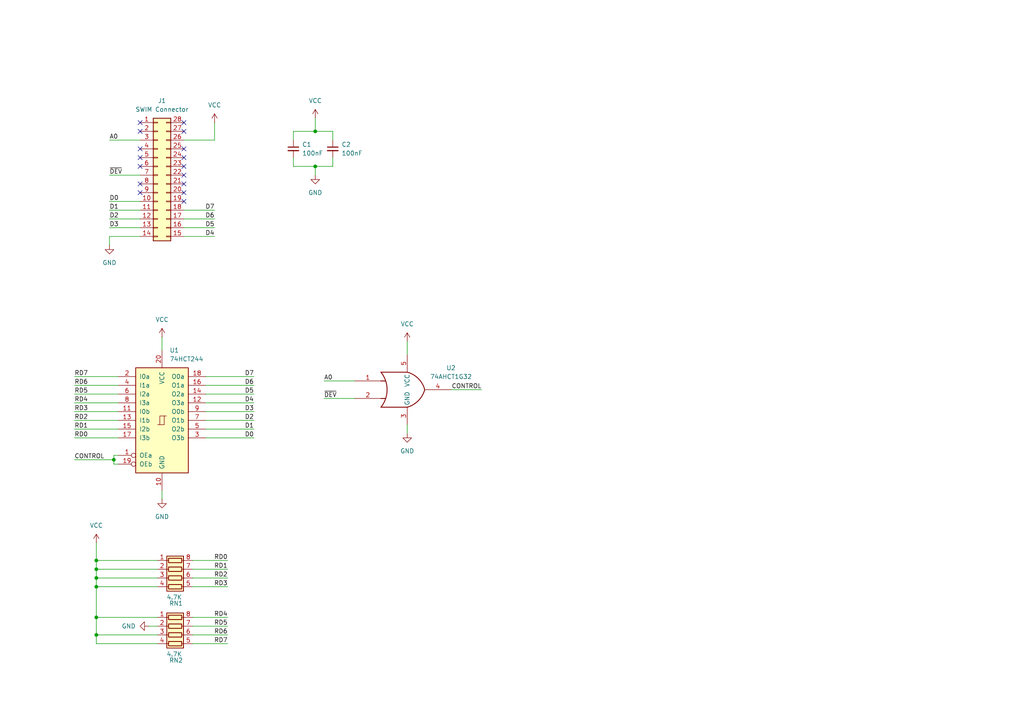
<source format=kicad_sch>
(kicad_sch
	(version 20231120)
	(generator "eeschema")
	(generator_version "8.0")
	(uuid "69a1aa38-ba69-4c5b-9db5-3dfc5e34e493")
	(paper "A4")
	(lib_symbols
		(symbol "74xGxx:74AHCT1G32"
			(exclude_from_sim no)
			(in_bom yes)
			(on_board yes)
			(property "Reference" "U"
				(at -2.54 3.81 0)
				(effects
					(font
						(size 1.27 1.27)
					)
				)
			)
			(property "Value" "74AHCT1G32"
				(at 0 -3.81 0)
				(effects
					(font
						(size 1.27 1.27)
					)
				)
			)
			(property "Footprint" ""
				(at 0 0 0)
				(effects
					(font
						(size 1.27 1.27)
					)
					(hide yes)
				)
			)
			(property "Datasheet" "http://www.ti.com/lit/sg/scyt129e/scyt129e.pdf"
				(at 0 0 0)
				(effects
					(font
						(size 1.27 1.27)
					)
					(hide yes)
				)
			)
			(property "Description" "Single OR Gate, Low-Voltage CMOS"
				(at 0 0 0)
				(effects
					(font
						(size 1.27 1.27)
					)
					(hide yes)
				)
			)
			(property "ki_keywords" "Single Gate OR LVC CMOS"
				(at 0 0 0)
				(effects
					(font
						(size 1.27 1.27)
					)
					(hide yes)
				)
			)
			(property "ki_fp_filters" "SOT* SG-*"
				(at 0 0 0)
				(effects
					(font
						(size 1.27 1.27)
					)
					(hide yes)
				)
			)
			(symbol "74AHCT1G32_0_1"
				(arc
					(start -7.62 -5.08)
					(mid -5.838 0)
					(end -7.62 5.08)
					(stroke
						(width 0.254)
						(type default)
					)
					(fill
						(type none)
					)
				)
				(arc
					(start 0 -5.08)
					(mid 3.1986 -3.2054)
					(end 5.08 0)
					(stroke
						(width 0.254)
						(type default)
					)
					(fill
						(type none)
					)
				)
				(polyline
					(pts
						(xy -7.62 -2.54) (xy -6.35 -2.54)
					)
					(stroke
						(width 0.254)
						(type default)
					)
					(fill
						(type background)
					)
				)
				(polyline
					(pts
						(xy -7.62 2.54) (xy -6.35 2.54)
					)
					(stroke
						(width 0.254)
						(type default)
					)
					(fill
						(type background)
					)
				)
				(polyline
					(pts
						(xy 0 -5.08) (xy -7.62 -5.08)
					)
					(stroke
						(width 0.254)
						(type default)
					)
					(fill
						(type background)
					)
				)
				(polyline
					(pts
						(xy 0 5.08) (xy -7.62 5.08)
					)
					(stroke
						(width 0.254)
						(type default)
					)
					(fill
						(type background)
					)
				)
				(arc
					(start 5.08 0)
					(mid 3.2238 3.2304)
					(end 0 5.08)
					(stroke
						(width 0.254)
						(type default)
					)
					(fill
						(type none)
					)
				)
			)
			(symbol "74AHCT1G32_1_1"
				(pin input line
					(at -15.24 2.54 0)
					(length 7.62)
					(name "~"
						(effects
							(font
								(size 1.27 1.27)
							)
						)
					)
					(number "1"
						(effects
							(font
								(size 1.27 1.27)
							)
						)
					)
				)
				(pin input line
					(at -15.24 -2.54 0)
					(length 7.62)
					(name "~"
						(effects
							(font
								(size 1.27 1.27)
							)
						)
					)
					(number "2"
						(effects
							(font
								(size 1.27 1.27)
							)
						)
					)
				)
				(pin power_in line
					(at 0 -10.16 90)
					(length 5.08)
					(name "GND"
						(effects
							(font
								(size 1.27 1.27)
							)
						)
					)
					(number "3"
						(effects
							(font
								(size 1.27 1.27)
							)
						)
					)
				)
				(pin output line
					(at 12.7 0 180)
					(length 7.62)
					(name "~"
						(effects
							(font
								(size 1.27 1.27)
							)
						)
					)
					(number "4"
						(effects
							(font
								(size 1.27 1.27)
							)
						)
					)
				)
				(pin power_in line
					(at 0 10.16 270)
					(length 5.08)
					(name "VCC"
						(effects
							(font
								(size 1.27 1.27)
							)
						)
					)
					(number "5"
						(effects
							(font
								(size 1.27 1.27)
							)
						)
					)
				)
			)
		)
		(symbol "74xx:74LS244"
			(pin_names
				(offset 1.016)
			)
			(exclude_from_sim no)
			(in_bom yes)
			(on_board yes)
			(property "Reference" "U"
				(at -7.62 16.51 0)
				(effects
					(font
						(size 1.27 1.27)
					)
				)
			)
			(property "Value" "74LS244"
				(at -7.62 -16.51 0)
				(effects
					(font
						(size 1.27 1.27)
					)
				)
			)
			(property "Footprint" ""
				(at 0 0 0)
				(effects
					(font
						(size 1.27 1.27)
					)
					(hide yes)
				)
			)
			(property "Datasheet" "http://www.ti.com/lit/ds/symlink/sn74ls244.pdf"
				(at 0 0 0)
				(effects
					(font
						(size 1.27 1.27)
					)
					(hide yes)
				)
			)
			(property "Description" "Octal Buffer and Line Driver With 3-State Output, active-low enables, non-inverting outputs"
				(at 0 0 0)
				(effects
					(font
						(size 1.27 1.27)
					)
					(hide yes)
				)
			)
			(property "ki_keywords" "7400 logic ttl low power schottky"
				(at 0 0 0)
				(effects
					(font
						(size 1.27 1.27)
					)
					(hide yes)
				)
			)
			(property "ki_fp_filters" "DIP?20*"
				(at 0 0 0)
				(effects
					(font
						(size 1.27 1.27)
					)
					(hide yes)
				)
			)
			(symbol "74LS244_1_0"
				(polyline
					(pts
						(xy -0.635 -1.27) (xy -0.635 1.27) (xy 0.635 1.27)
					)
					(stroke
						(width 0)
						(type default)
					)
					(fill
						(type none)
					)
				)
				(polyline
					(pts
						(xy -1.27 -1.27) (xy 0.635 -1.27) (xy 0.635 1.27) (xy 1.27 1.27)
					)
					(stroke
						(width 0)
						(type default)
					)
					(fill
						(type none)
					)
				)
				(pin input inverted
					(at -12.7 -10.16 0)
					(length 5.08)
					(name "OEa"
						(effects
							(font
								(size 1.27 1.27)
							)
						)
					)
					(number "1"
						(effects
							(font
								(size 1.27 1.27)
							)
						)
					)
				)
				(pin power_in line
					(at 0 -20.32 90)
					(length 5.08)
					(name "GND"
						(effects
							(font
								(size 1.27 1.27)
							)
						)
					)
					(number "10"
						(effects
							(font
								(size 1.27 1.27)
							)
						)
					)
				)
				(pin input line
					(at -12.7 2.54 0)
					(length 5.08)
					(name "I0b"
						(effects
							(font
								(size 1.27 1.27)
							)
						)
					)
					(number "11"
						(effects
							(font
								(size 1.27 1.27)
							)
						)
					)
				)
				(pin tri_state line
					(at 12.7 5.08 180)
					(length 5.08)
					(name "O3a"
						(effects
							(font
								(size 1.27 1.27)
							)
						)
					)
					(number "12"
						(effects
							(font
								(size 1.27 1.27)
							)
						)
					)
				)
				(pin input line
					(at -12.7 0 0)
					(length 5.08)
					(name "I1b"
						(effects
							(font
								(size 1.27 1.27)
							)
						)
					)
					(number "13"
						(effects
							(font
								(size 1.27 1.27)
							)
						)
					)
				)
				(pin tri_state line
					(at 12.7 7.62 180)
					(length 5.08)
					(name "O2a"
						(effects
							(font
								(size 1.27 1.27)
							)
						)
					)
					(number "14"
						(effects
							(font
								(size 1.27 1.27)
							)
						)
					)
				)
				(pin input line
					(at -12.7 -2.54 0)
					(length 5.08)
					(name "I2b"
						(effects
							(font
								(size 1.27 1.27)
							)
						)
					)
					(number "15"
						(effects
							(font
								(size 1.27 1.27)
							)
						)
					)
				)
				(pin tri_state line
					(at 12.7 10.16 180)
					(length 5.08)
					(name "O1a"
						(effects
							(font
								(size 1.27 1.27)
							)
						)
					)
					(number "16"
						(effects
							(font
								(size 1.27 1.27)
							)
						)
					)
				)
				(pin input line
					(at -12.7 -5.08 0)
					(length 5.08)
					(name "I3b"
						(effects
							(font
								(size 1.27 1.27)
							)
						)
					)
					(number "17"
						(effects
							(font
								(size 1.27 1.27)
							)
						)
					)
				)
				(pin tri_state line
					(at 12.7 12.7 180)
					(length 5.08)
					(name "O0a"
						(effects
							(font
								(size 1.27 1.27)
							)
						)
					)
					(number "18"
						(effects
							(font
								(size 1.27 1.27)
							)
						)
					)
				)
				(pin input inverted
					(at -12.7 -12.7 0)
					(length 5.08)
					(name "OEb"
						(effects
							(font
								(size 1.27 1.27)
							)
						)
					)
					(number "19"
						(effects
							(font
								(size 1.27 1.27)
							)
						)
					)
				)
				(pin input line
					(at -12.7 12.7 0)
					(length 5.08)
					(name "I0a"
						(effects
							(font
								(size 1.27 1.27)
							)
						)
					)
					(number "2"
						(effects
							(font
								(size 1.27 1.27)
							)
						)
					)
				)
				(pin power_in line
					(at 0 20.32 270)
					(length 5.08)
					(name "VCC"
						(effects
							(font
								(size 1.27 1.27)
							)
						)
					)
					(number "20"
						(effects
							(font
								(size 1.27 1.27)
							)
						)
					)
				)
				(pin tri_state line
					(at 12.7 -5.08 180)
					(length 5.08)
					(name "O3b"
						(effects
							(font
								(size 1.27 1.27)
							)
						)
					)
					(number "3"
						(effects
							(font
								(size 1.27 1.27)
							)
						)
					)
				)
				(pin input line
					(at -12.7 10.16 0)
					(length 5.08)
					(name "I1a"
						(effects
							(font
								(size 1.27 1.27)
							)
						)
					)
					(number "4"
						(effects
							(font
								(size 1.27 1.27)
							)
						)
					)
				)
				(pin tri_state line
					(at 12.7 -2.54 180)
					(length 5.08)
					(name "O2b"
						(effects
							(font
								(size 1.27 1.27)
							)
						)
					)
					(number "5"
						(effects
							(font
								(size 1.27 1.27)
							)
						)
					)
				)
				(pin input line
					(at -12.7 7.62 0)
					(length 5.08)
					(name "I2a"
						(effects
							(font
								(size 1.27 1.27)
							)
						)
					)
					(number "6"
						(effects
							(font
								(size 1.27 1.27)
							)
						)
					)
				)
				(pin tri_state line
					(at 12.7 0 180)
					(length 5.08)
					(name "O1b"
						(effects
							(font
								(size 1.27 1.27)
							)
						)
					)
					(number "7"
						(effects
							(font
								(size 1.27 1.27)
							)
						)
					)
				)
				(pin input line
					(at -12.7 5.08 0)
					(length 5.08)
					(name "I3a"
						(effects
							(font
								(size 1.27 1.27)
							)
						)
					)
					(number "8"
						(effects
							(font
								(size 1.27 1.27)
							)
						)
					)
				)
				(pin tri_state line
					(at 12.7 2.54 180)
					(length 5.08)
					(name "O0b"
						(effects
							(font
								(size 1.27 1.27)
							)
						)
					)
					(number "9"
						(effects
							(font
								(size 1.27 1.27)
							)
						)
					)
				)
			)
			(symbol "74LS244_1_1"
				(rectangle
					(start -7.62 15.24)
					(end 7.62 -15.24)
					(stroke
						(width 0.254)
						(type default)
					)
					(fill
						(type background)
					)
				)
			)
		)
		(symbol "Connector_Generic:Conn_02x14_Counter_Clockwise"
			(pin_names
				(offset 1.016) hide)
			(exclude_from_sim no)
			(in_bom yes)
			(on_board yes)
			(property "Reference" "J"
				(at 1.27 17.78 0)
				(effects
					(font
						(size 1.27 1.27)
					)
				)
			)
			(property "Value" "Conn_02x14_Counter_Clockwise"
				(at 1.27 -20.32 0)
				(effects
					(font
						(size 1.27 1.27)
					)
				)
			)
			(property "Footprint" ""
				(at 0 0 0)
				(effects
					(font
						(size 1.27 1.27)
					)
					(hide yes)
				)
			)
			(property "Datasheet" "~"
				(at 0 0 0)
				(effects
					(font
						(size 1.27 1.27)
					)
					(hide yes)
				)
			)
			(property "Description" "Generic connector, double row, 02x14, counter clockwise pin numbering scheme (similar to DIP package numbering), script generated (kicad-library-utils/schlib/autogen/connector/)"
				(at 0 0 0)
				(effects
					(font
						(size 1.27 1.27)
					)
					(hide yes)
				)
			)
			(property "ki_keywords" "connector"
				(at 0 0 0)
				(effects
					(font
						(size 1.27 1.27)
					)
					(hide yes)
				)
			)
			(property "ki_fp_filters" "Connector*:*_2x??_*"
				(at 0 0 0)
				(effects
					(font
						(size 1.27 1.27)
					)
					(hide yes)
				)
			)
			(symbol "Conn_02x14_Counter_Clockwise_1_1"
				(rectangle
					(start -1.27 -17.653)
					(end 0 -17.907)
					(stroke
						(width 0.1524)
						(type default)
					)
					(fill
						(type none)
					)
				)
				(rectangle
					(start -1.27 -15.113)
					(end 0 -15.367)
					(stroke
						(width 0.1524)
						(type default)
					)
					(fill
						(type none)
					)
				)
				(rectangle
					(start -1.27 -12.573)
					(end 0 -12.827)
					(stroke
						(width 0.1524)
						(type default)
					)
					(fill
						(type none)
					)
				)
				(rectangle
					(start -1.27 -10.033)
					(end 0 -10.287)
					(stroke
						(width 0.1524)
						(type default)
					)
					(fill
						(type none)
					)
				)
				(rectangle
					(start -1.27 -7.493)
					(end 0 -7.747)
					(stroke
						(width 0.1524)
						(type default)
					)
					(fill
						(type none)
					)
				)
				(rectangle
					(start -1.27 -4.953)
					(end 0 -5.207)
					(stroke
						(width 0.1524)
						(type default)
					)
					(fill
						(type none)
					)
				)
				(rectangle
					(start -1.27 -2.413)
					(end 0 -2.667)
					(stroke
						(width 0.1524)
						(type default)
					)
					(fill
						(type none)
					)
				)
				(rectangle
					(start -1.27 0.127)
					(end 0 -0.127)
					(stroke
						(width 0.1524)
						(type default)
					)
					(fill
						(type none)
					)
				)
				(rectangle
					(start -1.27 2.667)
					(end 0 2.413)
					(stroke
						(width 0.1524)
						(type default)
					)
					(fill
						(type none)
					)
				)
				(rectangle
					(start -1.27 5.207)
					(end 0 4.953)
					(stroke
						(width 0.1524)
						(type default)
					)
					(fill
						(type none)
					)
				)
				(rectangle
					(start -1.27 7.747)
					(end 0 7.493)
					(stroke
						(width 0.1524)
						(type default)
					)
					(fill
						(type none)
					)
				)
				(rectangle
					(start -1.27 10.287)
					(end 0 10.033)
					(stroke
						(width 0.1524)
						(type default)
					)
					(fill
						(type none)
					)
				)
				(rectangle
					(start -1.27 12.827)
					(end 0 12.573)
					(stroke
						(width 0.1524)
						(type default)
					)
					(fill
						(type none)
					)
				)
				(rectangle
					(start -1.27 15.367)
					(end 0 15.113)
					(stroke
						(width 0.1524)
						(type default)
					)
					(fill
						(type none)
					)
				)
				(rectangle
					(start -1.27 16.51)
					(end 3.81 -19.05)
					(stroke
						(width 0.254)
						(type default)
					)
					(fill
						(type background)
					)
				)
				(rectangle
					(start 3.81 -17.653)
					(end 2.54 -17.907)
					(stroke
						(width 0.1524)
						(type default)
					)
					(fill
						(type none)
					)
				)
				(rectangle
					(start 3.81 -15.113)
					(end 2.54 -15.367)
					(stroke
						(width 0.1524)
						(type default)
					)
					(fill
						(type none)
					)
				)
				(rectangle
					(start 3.81 -12.573)
					(end 2.54 -12.827)
					(stroke
						(width 0.1524)
						(type default)
					)
					(fill
						(type none)
					)
				)
				(rectangle
					(start 3.81 -10.033)
					(end 2.54 -10.287)
					(stroke
						(width 0.1524)
						(type default)
					)
					(fill
						(type none)
					)
				)
				(rectangle
					(start 3.81 -7.493)
					(end 2.54 -7.747)
					(stroke
						(width 0.1524)
						(type default)
					)
					(fill
						(type none)
					)
				)
				(rectangle
					(start 3.81 -4.953)
					(end 2.54 -5.207)
					(stroke
						(width 0.1524)
						(type default)
					)
					(fill
						(type none)
					)
				)
				(rectangle
					(start 3.81 -2.413)
					(end 2.54 -2.667)
					(stroke
						(width 0.1524)
						(type default)
					)
					(fill
						(type none)
					)
				)
				(rectangle
					(start 3.81 0.127)
					(end 2.54 -0.127)
					(stroke
						(width 0.1524)
						(type default)
					)
					(fill
						(type none)
					)
				)
				(rectangle
					(start 3.81 2.667)
					(end 2.54 2.413)
					(stroke
						(width 0.1524)
						(type default)
					)
					(fill
						(type none)
					)
				)
				(rectangle
					(start 3.81 5.207)
					(end 2.54 4.953)
					(stroke
						(width 0.1524)
						(type default)
					)
					(fill
						(type none)
					)
				)
				(rectangle
					(start 3.81 7.747)
					(end 2.54 7.493)
					(stroke
						(width 0.1524)
						(type default)
					)
					(fill
						(type none)
					)
				)
				(rectangle
					(start 3.81 10.287)
					(end 2.54 10.033)
					(stroke
						(width 0.1524)
						(type default)
					)
					(fill
						(type none)
					)
				)
				(rectangle
					(start 3.81 12.827)
					(end 2.54 12.573)
					(stroke
						(width 0.1524)
						(type default)
					)
					(fill
						(type none)
					)
				)
				(rectangle
					(start 3.81 15.367)
					(end 2.54 15.113)
					(stroke
						(width 0.1524)
						(type default)
					)
					(fill
						(type none)
					)
				)
				(pin passive line
					(at -5.08 15.24 0)
					(length 3.81)
					(name "Pin_1"
						(effects
							(font
								(size 1.27 1.27)
							)
						)
					)
					(number "1"
						(effects
							(font
								(size 1.27 1.27)
							)
						)
					)
				)
				(pin passive line
					(at -5.08 -7.62 0)
					(length 3.81)
					(name "Pin_10"
						(effects
							(font
								(size 1.27 1.27)
							)
						)
					)
					(number "10"
						(effects
							(font
								(size 1.27 1.27)
							)
						)
					)
				)
				(pin passive line
					(at -5.08 -10.16 0)
					(length 3.81)
					(name "Pin_11"
						(effects
							(font
								(size 1.27 1.27)
							)
						)
					)
					(number "11"
						(effects
							(font
								(size 1.27 1.27)
							)
						)
					)
				)
				(pin passive line
					(at -5.08 -12.7 0)
					(length 3.81)
					(name "Pin_12"
						(effects
							(font
								(size 1.27 1.27)
							)
						)
					)
					(number "12"
						(effects
							(font
								(size 1.27 1.27)
							)
						)
					)
				)
				(pin passive line
					(at -5.08 -15.24 0)
					(length 3.81)
					(name "Pin_13"
						(effects
							(font
								(size 1.27 1.27)
							)
						)
					)
					(number "13"
						(effects
							(font
								(size 1.27 1.27)
							)
						)
					)
				)
				(pin passive line
					(at -5.08 -17.78 0)
					(length 3.81)
					(name "Pin_14"
						(effects
							(font
								(size 1.27 1.27)
							)
						)
					)
					(number "14"
						(effects
							(font
								(size 1.27 1.27)
							)
						)
					)
				)
				(pin passive line
					(at 7.62 -17.78 180)
					(length 3.81)
					(name "Pin_15"
						(effects
							(font
								(size 1.27 1.27)
							)
						)
					)
					(number "15"
						(effects
							(font
								(size 1.27 1.27)
							)
						)
					)
				)
				(pin passive line
					(at 7.62 -15.24 180)
					(length 3.81)
					(name "Pin_16"
						(effects
							(font
								(size 1.27 1.27)
							)
						)
					)
					(number "16"
						(effects
							(font
								(size 1.27 1.27)
							)
						)
					)
				)
				(pin passive line
					(at 7.62 -12.7 180)
					(length 3.81)
					(name "Pin_17"
						(effects
							(font
								(size 1.27 1.27)
							)
						)
					)
					(number "17"
						(effects
							(font
								(size 1.27 1.27)
							)
						)
					)
				)
				(pin passive line
					(at 7.62 -10.16 180)
					(length 3.81)
					(name "Pin_18"
						(effects
							(font
								(size 1.27 1.27)
							)
						)
					)
					(number "18"
						(effects
							(font
								(size 1.27 1.27)
							)
						)
					)
				)
				(pin passive line
					(at 7.62 -7.62 180)
					(length 3.81)
					(name "Pin_19"
						(effects
							(font
								(size 1.27 1.27)
							)
						)
					)
					(number "19"
						(effects
							(font
								(size 1.27 1.27)
							)
						)
					)
				)
				(pin passive line
					(at -5.08 12.7 0)
					(length 3.81)
					(name "Pin_2"
						(effects
							(font
								(size 1.27 1.27)
							)
						)
					)
					(number "2"
						(effects
							(font
								(size 1.27 1.27)
							)
						)
					)
				)
				(pin passive line
					(at 7.62 -5.08 180)
					(length 3.81)
					(name "Pin_20"
						(effects
							(font
								(size 1.27 1.27)
							)
						)
					)
					(number "20"
						(effects
							(font
								(size 1.27 1.27)
							)
						)
					)
				)
				(pin passive line
					(at 7.62 -2.54 180)
					(length 3.81)
					(name "Pin_21"
						(effects
							(font
								(size 1.27 1.27)
							)
						)
					)
					(number "21"
						(effects
							(font
								(size 1.27 1.27)
							)
						)
					)
				)
				(pin passive line
					(at 7.62 0 180)
					(length 3.81)
					(name "Pin_22"
						(effects
							(font
								(size 1.27 1.27)
							)
						)
					)
					(number "22"
						(effects
							(font
								(size 1.27 1.27)
							)
						)
					)
				)
				(pin passive line
					(at 7.62 2.54 180)
					(length 3.81)
					(name "Pin_23"
						(effects
							(font
								(size 1.27 1.27)
							)
						)
					)
					(number "23"
						(effects
							(font
								(size 1.27 1.27)
							)
						)
					)
				)
				(pin passive line
					(at 7.62 5.08 180)
					(length 3.81)
					(name "Pin_24"
						(effects
							(font
								(size 1.27 1.27)
							)
						)
					)
					(number "24"
						(effects
							(font
								(size 1.27 1.27)
							)
						)
					)
				)
				(pin passive line
					(at 7.62 7.62 180)
					(length 3.81)
					(name "Pin_25"
						(effects
							(font
								(size 1.27 1.27)
							)
						)
					)
					(number "25"
						(effects
							(font
								(size 1.27 1.27)
							)
						)
					)
				)
				(pin passive line
					(at 7.62 10.16 180)
					(length 3.81)
					(name "Pin_26"
						(effects
							(font
								(size 1.27 1.27)
							)
						)
					)
					(number "26"
						(effects
							(font
								(size 1.27 1.27)
							)
						)
					)
				)
				(pin passive line
					(at 7.62 12.7 180)
					(length 3.81)
					(name "Pin_27"
						(effects
							(font
								(size 1.27 1.27)
							)
						)
					)
					(number "27"
						(effects
							(font
								(size 1.27 1.27)
							)
						)
					)
				)
				(pin passive line
					(at 7.62 15.24 180)
					(length 3.81)
					(name "Pin_28"
						(effects
							(font
								(size 1.27 1.27)
							)
						)
					)
					(number "28"
						(effects
							(font
								(size 1.27 1.27)
							)
						)
					)
				)
				(pin passive line
					(at -5.08 10.16 0)
					(length 3.81)
					(name "Pin_3"
						(effects
							(font
								(size 1.27 1.27)
							)
						)
					)
					(number "3"
						(effects
							(font
								(size 1.27 1.27)
							)
						)
					)
				)
				(pin passive line
					(at -5.08 7.62 0)
					(length 3.81)
					(name "Pin_4"
						(effects
							(font
								(size 1.27 1.27)
							)
						)
					)
					(number "4"
						(effects
							(font
								(size 1.27 1.27)
							)
						)
					)
				)
				(pin passive line
					(at -5.08 5.08 0)
					(length 3.81)
					(name "Pin_5"
						(effects
							(font
								(size 1.27 1.27)
							)
						)
					)
					(number "5"
						(effects
							(font
								(size 1.27 1.27)
							)
						)
					)
				)
				(pin passive line
					(at -5.08 2.54 0)
					(length 3.81)
					(name "Pin_6"
						(effects
							(font
								(size 1.27 1.27)
							)
						)
					)
					(number "6"
						(effects
							(font
								(size 1.27 1.27)
							)
						)
					)
				)
				(pin passive line
					(at -5.08 0 0)
					(length 3.81)
					(name "Pin_7"
						(effects
							(font
								(size 1.27 1.27)
							)
						)
					)
					(number "7"
						(effects
							(font
								(size 1.27 1.27)
							)
						)
					)
				)
				(pin passive line
					(at -5.08 -2.54 0)
					(length 3.81)
					(name "Pin_8"
						(effects
							(font
								(size 1.27 1.27)
							)
						)
					)
					(number "8"
						(effects
							(font
								(size 1.27 1.27)
							)
						)
					)
				)
				(pin passive line
					(at -5.08 -5.08 0)
					(length 3.81)
					(name "Pin_9"
						(effects
							(font
								(size 1.27 1.27)
							)
						)
					)
					(number "9"
						(effects
							(font
								(size 1.27 1.27)
							)
						)
					)
				)
			)
		)
		(symbol "Device:C_Small"
			(pin_numbers hide)
			(pin_names
				(offset 0.254) hide)
			(exclude_from_sim no)
			(in_bom yes)
			(on_board yes)
			(property "Reference" "C"
				(at 0.254 1.778 0)
				(effects
					(font
						(size 1.27 1.27)
					)
					(justify left)
				)
			)
			(property "Value" "C_Small"
				(at 0.254 -2.032 0)
				(effects
					(font
						(size 1.27 1.27)
					)
					(justify left)
				)
			)
			(property "Footprint" ""
				(at 0 0 0)
				(effects
					(font
						(size 1.27 1.27)
					)
					(hide yes)
				)
			)
			(property "Datasheet" "~"
				(at 0 0 0)
				(effects
					(font
						(size 1.27 1.27)
					)
					(hide yes)
				)
			)
			(property "Description" "Unpolarized capacitor, small symbol"
				(at 0 0 0)
				(effects
					(font
						(size 1.27 1.27)
					)
					(hide yes)
				)
			)
			(property "ki_keywords" "capacitor cap"
				(at 0 0 0)
				(effects
					(font
						(size 1.27 1.27)
					)
					(hide yes)
				)
			)
			(property "ki_fp_filters" "C_*"
				(at 0 0 0)
				(effects
					(font
						(size 1.27 1.27)
					)
					(hide yes)
				)
			)
			(symbol "C_Small_0_1"
				(polyline
					(pts
						(xy -1.524 -0.508) (xy 1.524 -0.508)
					)
					(stroke
						(width 0.3302)
						(type default)
					)
					(fill
						(type none)
					)
				)
				(polyline
					(pts
						(xy -1.524 0.508) (xy 1.524 0.508)
					)
					(stroke
						(width 0.3048)
						(type default)
					)
					(fill
						(type none)
					)
				)
			)
			(symbol "C_Small_1_1"
				(pin passive line
					(at 0 2.54 270)
					(length 2.032)
					(name "~"
						(effects
							(font
								(size 1.27 1.27)
							)
						)
					)
					(number "1"
						(effects
							(font
								(size 1.27 1.27)
							)
						)
					)
				)
				(pin passive line
					(at 0 -2.54 90)
					(length 2.032)
					(name "~"
						(effects
							(font
								(size 1.27 1.27)
							)
						)
					)
					(number "2"
						(effects
							(font
								(size 1.27 1.27)
							)
						)
					)
				)
			)
		)
		(symbol "Device:R_Pack04"
			(pin_names
				(offset 0) hide)
			(exclude_from_sim no)
			(in_bom yes)
			(on_board yes)
			(property "Reference" "RN"
				(at -7.62 0 90)
				(effects
					(font
						(size 1.27 1.27)
					)
				)
			)
			(property "Value" "R_Pack04"
				(at 5.08 0 90)
				(effects
					(font
						(size 1.27 1.27)
					)
				)
			)
			(property "Footprint" ""
				(at 6.985 0 90)
				(effects
					(font
						(size 1.27 1.27)
					)
					(hide yes)
				)
			)
			(property "Datasheet" "~"
				(at 0 0 0)
				(effects
					(font
						(size 1.27 1.27)
					)
					(hide yes)
				)
			)
			(property "Description" "4 resistor network, parallel topology"
				(at 0 0 0)
				(effects
					(font
						(size 1.27 1.27)
					)
					(hide yes)
				)
			)
			(property "ki_keywords" "R network parallel topology isolated"
				(at 0 0 0)
				(effects
					(font
						(size 1.27 1.27)
					)
					(hide yes)
				)
			)
			(property "ki_fp_filters" "DIP* SOIC* R*Array*Concave* R*Array*Convex* MSOP*"
				(at 0 0 0)
				(effects
					(font
						(size 1.27 1.27)
					)
					(hide yes)
				)
			)
			(symbol "R_Pack04_0_1"
				(rectangle
					(start -6.35 -2.413)
					(end 3.81 2.413)
					(stroke
						(width 0.254)
						(type default)
					)
					(fill
						(type background)
					)
				)
				(rectangle
					(start -5.715 1.905)
					(end -4.445 -1.905)
					(stroke
						(width 0.254)
						(type default)
					)
					(fill
						(type none)
					)
				)
				(rectangle
					(start -3.175 1.905)
					(end -1.905 -1.905)
					(stroke
						(width 0.254)
						(type default)
					)
					(fill
						(type none)
					)
				)
				(rectangle
					(start -0.635 1.905)
					(end 0.635 -1.905)
					(stroke
						(width 0.254)
						(type default)
					)
					(fill
						(type none)
					)
				)
				(polyline
					(pts
						(xy -5.08 -2.54) (xy -5.08 -1.905)
					)
					(stroke
						(width 0)
						(type default)
					)
					(fill
						(type none)
					)
				)
				(polyline
					(pts
						(xy -5.08 1.905) (xy -5.08 2.54)
					)
					(stroke
						(width 0)
						(type default)
					)
					(fill
						(type none)
					)
				)
				(polyline
					(pts
						(xy -2.54 -2.54) (xy -2.54 -1.905)
					)
					(stroke
						(width 0)
						(type default)
					)
					(fill
						(type none)
					)
				)
				(polyline
					(pts
						(xy -2.54 1.905) (xy -2.54 2.54)
					)
					(stroke
						(width 0)
						(type default)
					)
					(fill
						(type none)
					)
				)
				(polyline
					(pts
						(xy 0 -2.54) (xy 0 -1.905)
					)
					(stroke
						(width 0)
						(type default)
					)
					(fill
						(type none)
					)
				)
				(polyline
					(pts
						(xy 0 1.905) (xy 0 2.54)
					)
					(stroke
						(width 0)
						(type default)
					)
					(fill
						(type none)
					)
				)
				(polyline
					(pts
						(xy 2.54 -2.54) (xy 2.54 -1.905)
					)
					(stroke
						(width 0)
						(type default)
					)
					(fill
						(type none)
					)
				)
				(polyline
					(pts
						(xy 2.54 1.905) (xy 2.54 2.54)
					)
					(stroke
						(width 0)
						(type default)
					)
					(fill
						(type none)
					)
				)
				(rectangle
					(start 1.905 1.905)
					(end 3.175 -1.905)
					(stroke
						(width 0.254)
						(type default)
					)
					(fill
						(type none)
					)
				)
			)
			(symbol "R_Pack04_1_1"
				(pin passive line
					(at -5.08 -5.08 90)
					(length 2.54)
					(name "R1.1"
						(effects
							(font
								(size 1.27 1.27)
							)
						)
					)
					(number "1"
						(effects
							(font
								(size 1.27 1.27)
							)
						)
					)
				)
				(pin passive line
					(at -2.54 -5.08 90)
					(length 2.54)
					(name "R2.1"
						(effects
							(font
								(size 1.27 1.27)
							)
						)
					)
					(number "2"
						(effects
							(font
								(size 1.27 1.27)
							)
						)
					)
				)
				(pin passive line
					(at 0 -5.08 90)
					(length 2.54)
					(name "R3.1"
						(effects
							(font
								(size 1.27 1.27)
							)
						)
					)
					(number "3"
						(effects
							(font
								(size 1.27 1.27)
							)
						)
					)
				)
				(pin passive line
					(at 2.54 -5.08 90)
					(length 2.54)
					(name "R4.1"
						(effects
							(font
								(size 1.27 1.27)
							)
						)
					)
					(number "4"
						(effects
							(font
								(size 1.27 1.27)
							)
						)
					)
				)
				(pin passive line
					(at 2.54 5.08 270)
					(length 2.54)
					(name "R4.2"
						(effects
							(font
								(size 1.27 1.27)
							)
						)
					)
					(number "5"
						(effects
							(font
								(size 1.27 1.27)
							)
						)
					)
				)
				(pin passive line
					(at 0 5.08 270)
					(length 2.54)
					(name "R3.2"
						(effects
							(font
								(size 1.27 1.27)
							)
						)
					)
					(number "6"
						(effects
							(font
								(size 1.27 1.27)
							)
						)
					)
				)
				(pin passive line
					(at -2.54 5.08 270)
					(length 2.54)
					(name "R2.2"
						(effects
							(font
								(size 1.27 1.27)
							)
						)
					)
					(number "7"
						(effects
							(font
								(size 1.27 1.27)
							)
						)
					)
				)
				(pin passive line
					(at -5.08 5.08 270)
					(length 2.54)
					(name "R1.2"
						(effects
							(font
								(size 1.27 1.27)
							)
						)
					)
					(number "8"
						(effects
							(font
								(size 1.27 1.27)
							)
						)
					)
				)
			)
		)
		(symbol "power:GND"
			(power)
			(pin_numbers hide)
			(pin_names
				(offset 0) hide)
			(exclude_from_sim no)
			(in_bom yes)
			(on_board yes)
			(property "Reference" "#PWR"
				(at 0 -6.35 0)
				(effects
					(font
						(size 1.27 1.27)
					)
					(hide yes)
				)
			)
			(property "Value" "GND"
				(at 0 -3.81 0)
				(effects
					(font
						(size 1.27 1.27)
					)
				)
			)
			(property "Footprint" ""
				(at 0 0 0)
				(effects
					(font
						(size 1.27 1.27)
					)
					(hide yes)
				)
			)
			(property "Datasheet" ""
				(at 0 0 0)
				(effects
					(font
						(size 1.27 1.27)
					)
					(hide yes)
				)
			)
			(property "Description" "Power symbol creates a global label with name \"GND\" , ground"
				(at 0 0 0)
				(effects
					(font
						(size 1.27 1.27)
					)
					(hide yes)
				)
			)
			(property "ki_keywords" "global power"
				(at 0 0 0)
				(effects
					(font
						(size 1.27 1.27)
					)
					(hide yes)
				)
			)
			(symbol "GND_0_1"
				(polyline
					(pts
						(xy 0 0) (xy 0 -1.27) (xy 1.27 -1.27) (xy 0 -2.54) (xy -1.27 -1.27) (xy 0 -1.27)
					)
					(stroke
						(width 0)
						(type default)
					)
					(fill
						(type none)
					)
				)
			)
			(symbol "GND_1_1"
				(pin power_in line
					(at 0 0 270)
					(length 0)
					(name "~"
						(effects
							(font
								(size 1.27 1.27)
							)
						)
					)
					(number "1"
						(effects
							(font
								(size 1.27 1.27)
							)
						)
					)
				)
			)
		)
		(symbol "power:VCC"
			(power)
			(pin_numbers hide)
			(pin_names
				(offset 0) hide)
			(exclude_from_sim no)
			(in_bom yes)
			(on_board yes)
			(property "Reference" "#PWR"
				(at 0 -3.81 0)
				(effects
					(font
						(size 1.27 1.27)
					)
					(hide yes)
				)
			)
			(property "Value" "VCC"
				(at 0 3.556 0)
				(effects
					(font
						(size 1.27 1.27)
					)
				)
			)
			(property "Footprint" ""
				(at 0 0 0)
				(effects
					(font
						(size 1.27 1.27)
					)
					(hide yes)
				)
			)
			(property "Datasheet" ""
				(at 0 0 0)
				(effects
					(font
						(size 1.27 1.27)
					)
					(hide yes)
				)
			)
			(property "Description" "Power symbol creates a global label with name \"VCC\""
				(at 0 0 0)
				(effects
					(font
						(size 1.27 1.27)
					)
					(hide yes)
				)
			)
			(property "ki_keywords" "global power"
				(at 0 0 0)
				(effects
					(font
						(size 1.27 1.27)
					)
					(hide yes)
				)
			)
			(symbol "VCC_0_1"
				(polyline
					(pts
						(xy -0.762 1.27) (xy 0 2.54)
					)
					(stroke
						(width 0)
						(type default)
					)
					(fill
						(type none)
					)
				)
				(polyline
					(pts
						(xy 0 0) (xy 0 2.54)
					)
					(stroke
						(width 0)
						(type default)
					)
					(fill
						(type none)
					)
				)
				(polyline
					(pts
						(xy 0 2.54) (xy 0.762 1.27)
					)
					(stroke
						(width 0)
						(type default)
					)
					(fill
						(type none)
					)
				)
			)
			(symbol "VCC_1_1"
				(pin power_in line
					(at 0 0 90)
					(length 0)
					(name "~"
						(effects
							(font
								(size 1.27 1.27)
							)
						)
					)
					(number "1"
						(effects
							(font
								(size 1.27 1.27)
							)
						)
					)
				)
			)
		)
	)
	(junction
		(at 27.94 179.07)
		(diameter 0)
		(color 0 0 0 0)
		(uuid "1812346e-e7ba-42c8-93fa-5af86aea59c4")
	)
	(junction
		(at 27.94 170.18)
		(diameter 0)
		(color 0 0 0 0)
		(uuid "1a092966-d9e0-451a-a586-0101eac3345f")
	)
	(junction
		(at 27.94 184.15)
		(diameter 0)
		(color 0 0 0 0)
		(uuid "8f8642b2-f9c4-4ee5-bdce-5a41145bff1f")
	)
	(junction
		(at 33.02 133.35)
		(diameter 0)
		(color 0 0 0 0)
		(uuid "a9a5a080-4420-486f-ac8e-4d90d2470be6")
	)
	(junction
		(at 27.94 167.64)
		(diameter 0)
		(color 0 0 0 0)
		(uuid "b563b83d-fe10-492a-90cb-c365b0a8676b")
	)
	(junction
		(at 91.44 38.1)
		(diameter 0)
		(color 0 0 0 0)
		(uuid "c21da852-dd7f-4579-adce-a57aa683b336")
	)
	(junction
		(at 27.94 162.56)
		(diameter 0)
		(color 0 0 0 0)
		(uuid "c6e2e728-6bb2-4f5d-afe8-de509f5d603e")
	)
	(junction
		(at 27.94 165.1)
		(diameter 0)
		(color 0 0 0 0)
		(uuid "daad11cb-aee2-4f5e-8aa1-c6759a30f67f")
	)
	(junction
		(at 91.44 48.26)
		(diameter 0)
		(color 0 0 0 0)
		(uuid "ea21d99a-821b-4209-a67f-898fa5eca8aa")
	)
	(no_connect
		(at 53.34 43.18)
		(uuid "0e7d32cb-9490-483f-a7da-99153b15895f")
	)
	(no_connect
		(at 40.64 55.88)
		(uuid "12c12994-b8e3-4391-802a-181dd5fe436e")
	)
	(no_connect
		(at 53.34 53.34)
		(uuid "5d5c9990-25ee-40cc-8ddd-34019d836408")
	)
	(no_connect
		(at 53.34 55.88)
		(uuid "7e644943-6be4-4756-bc57-3068e5d8a478")
	)
	(no_connect
		(at 40.64 53.34)
		(uuid "922a198d-907c-4bde-b4a8-5bdad6354e40")
	)
	(no_connect
		(at 53.34 45.72)
		(uuid "9373adb5-a8f3-4be6-84f1-18a7e86ce9c6")
	)
	(no_connect
		(at 40.64 48.26)
		(uuid "9932dab8-4c0b-4742-9df0-5880848da46a")
	)
	(no_connect
		(at 53.34 58.42)
		(uuid "9b7962ff-6181-4047-9c74-9caf67a1246d")
	)
	(no_connect
		(at 40.64 35.56)
		(uuid "9bed4179-c4b4-4931-9e66-9f7161761744")
	)
	(no_connect
		(at 53.34 38.1)
		(uuid "9c22672d-46cf-46a6-b069-cc61a2a202dd")
	)
	(no_connect
		(at 53.34 48.26)
		(uuid "a44f4fa0-7154-4a43-ba6a-7b6ed1efdaa8")
	)
	(no_connect
		(at 53.34 35.56)
		(uuid "c15bd4ea-e3b5-4d83-a901-d9bc4cfd9bd7")
	)
	(no_connect
		(at 40.64 43.18)
		(uuid "d1a9747c-a061-4e1c-97d0-9e2b5a750bf7")
	)
	(no_connect
		(at 53.34 50.8)
		(uuid "f08fd33d-a040-4b78-b735-7524afdd73d5")
	)
	(no_connect
		(at 40.64 45.72)
		(uuid "f52d5246-61d4-4010-9970-fc555bfa0728")
	)
	(no_connect
		(at 40.64 38.1)
		(uuid "f661e5d2-8201-43e5-9d30-38373716bfb6")
	)
	(wire
		(pts
			(xy 118.11 99.06) (xy 118.11 102.87)
		)
		(stroke
			(width 0)
			(type default)
		)
		(uuid "0adcfbc4-be37-49e8-8825-a069c2e29189")
	)
	(wire
		(pts
			(xy 27.94 157.48) (xy 27.94 162.56)
		)
		(stroke
			(width 0)
			(type default)
		)
		(uuid "17592d6f-c6f7-431e-884e-cdf0934b65ea")
	)
	(wire
		(pts
			(xy 27.94 186.69) (xy 27.94 184.15)
		)
		(stroke
			(width 0)
			(type default)
		)
		(uuid "18ae492c-1715-4d08-9bd4-115a8ff9cf22")
	)
	(wire
		(pts
			(xy 31.75 60.96) (xy 40.64 60.96)
		)
		(stroke
			(width 0)
			(type default)
		)
		(uuid "1aa62daa-4bec-4299-bfea-3a23b005fd4e")
	)
	(wire
		(pts
			(xy 31.75 58.42) (xy 40.64 58.42)
		)
		(stroke
			(width 0)
			(type default)
		)
		(uuid "1c04af94-2c18-47ac-b0e4-0938460dc267")
	)
	(wire
		(pts
			(xy 27.94 184.15) (xy 27.94 179.07)
		)
		(stroke
			(width 0)
			(type default)
		)
		(uuid "1e8f09aa-2180-4aa0-9f85-5380ce81941a")
	)
	(wire
		(pts
			(xy 130.81 113.03) (xy 139.7 113.03)
		)
		(stroke
			(width 0)
			(type default)
		)
		(uuid "1f7154eb-0a3f-47b7-9921-07d17ced8cd9")
	)
	(wire
		(pts
			(xy 45.72 162.56) (xy 27.94 162.56)
		)
		(stroke
			(width 0)
			(type default)
		)
		(uuid "2036ab10-28f1-44f4-b394-4d6ed5a59cb1")
	)
	(wire
		(pts
			(xy 53.34 68.58) (xy 62.23 68.58)
		)
		(stroke
			(width 0)
			(type default)
		)
		(uuid "29da5505-ebf2-4357-ac81-0da9e2d7eaa2")
	)
	(wire
		(pts
			(xy 21.59 121.92) (xy 34.29 121.92)
		)
		(stroke
			(width 0)
			(type default)
		)
		(uuid "3403c1b5-fef6-4a10-8d96-33e5478ca023")
	)
	(wire
		(pts
			(xy 21.59 116.84) (xy 34.29 116.84)
		)
		(stroke
			(width 0)
			(type default)
		)
		(uuid "3524e6ba-814e-4467-b2ad-500ad7391986")
	)
	(wire
		(pts
			(xy 33.02 134.62) (xy 34.29 134.62)
		)
		(stroke
			(width 0)
			(type default)
		)
		(uuid "36e10596-d336-4cec-9a4d-e2835739321a")
	)
	(wire
		(pts
			(xy 45.72 179.07) (xy 27.94 179.07)
		)
		(stroke
			(width 0)
			(type default)
		)
		(uuid "389dbf63-d6a4-49e0-9a05-b8cad23ff8bc")
	)
	(wire
		(pts
			(xy 33.02 133.35) (xy 33.02 134.62)
		)
		(stroke
			(width 0)
			(type default)
		)
		(uuid "3ae5caf1-ca3d-4f4e-a50b-63073b529798")
	)
	(wire
		(pts
			(xy 21.59 119.38) (xy 34.29 119.38)
		)
		(stroke
			(width 0)
			(type default)
		)
		(uuid "45684d3a-5dd7-40ea-86dd-92dc549d1c9a")
	)
	(wire
		(pts
			(xy 46.99 97.79) (xy 46.99 101.6)
		)
		(stroke
			(width 0)
			(type default)
		)
		(uuid "516ca167-0375-41bc-8bb1-2eaa77ae8bbd")
	)
	(wire
		(pts
			(xy 33.02 132.08) (xy 33.02 133.35)
		)
		(stroke
			(width 0)
			(type default)
		)
		(uuid "5479b269-c747-49bb-8f32-c097b2f877ee")
	)
	(wire
		(pts
			(xy 45.72 170.18) (xy 27.94 170.18)
		)
		(stroke
			(width 0)
			(type default)
		)
		(uuid "54da59c2-9a84-405f-9e0b-b50f4aee5da6")
	)
	(wire
		(pts
			(xy 55.88 167.64) (xy 66.04 167.64)
		)
		(stroke
			(width 0)
			(type default)
		)
		(uuid "552e0acc-6bc4-4799-b90f-280d12c8e18d")
	)
	(wire
		(pts
			(xy 31.75 68.58) (xy 31.75 71.12)
		)
		(stroke
			(width 0)
			(type default)
		)
		(uuid "55d6b25e-d1b0-41e4-ae36-dc3104e0fece")
	)
	(wire
		(pts
			(xy 45.72 186.69) (xy 27.94 186.69)
		)
		(stroke
			(width 0)
			(type default)
		)
		(uuid "5c0c4ab1-29cc-4296-ae10-24f171e269d7")
	)
	(wire
		(pts
			(xy 55.88 181.61) (xy 66.04 181.61)
		)
		(stroke
			(width 0)
			(type default)
		)
		(uuid "5d104cf4-fdc7-4109-b681-18abedb7f320")
	)
	(wire
		(pts
			(xy 45.72 184.15) (xy 27.94 184.15)
		)
		(stroke
			(width 0)
			(type default)
		)
		(uuid "5d7500a7-3f4c-4c0c-9e67-301bb11a382d")
	)
	(wire
		(pts
			(xy 45.72 167.64) (xy 27.94 167.64)
		)
		(stroke
			(width 0)
			(type default)
		)
		(uuid "5e5aff62-faf2-4d4e-a9dc-9e7fa49f09cb")
	)
	(wire
		(pts
			(xy 96.52 48.26) (xy 96.52 45.72)
		)
		(stroke
			(width 0)
			(type default)
		)
		(uuid "5f3e040a-1d4b-4302-884d-70d882e191a2")
	)
	(wire
		(pts
			(xy 31.75 63.5) (xy 40.64 63.5)
		)
		(stroke
			(width 0)
			(type default)
		)
		(uuid "624f39d4-9abc-4009-8ef1-9cc36e1104da")
	)
	(wire
		(pts
			(xy 59.69 111.76) (xy 73.66 111.76)
		)
		(stroke
			(width 0)
			(type default)
		)
		(uuid "6421da98-8c19-4ecd-b4fb-578953f5d703")
	)
	(wire
		(pts
			(xy 21.59 114.3) (xy 34.29 114.3)
		)
		(stroke
			(width 0)
			(type default)
		)
		(uuid "644d3e8e-e056-4cf5-a4bf-d1a3abfa678e")
	)
	(wire
		(pts
			(xy 21.59 111.76) (xy 34.29 111.76)
		)
		(stroke
			(width 0)
			(type default)
		)
		(uuid "68d1b1f7-73c6-46da-b134-5d54da10a904")
	)
	(wire
		(pts
			(xy 55.88 170.18) (xy 66.04 170.18)
		)
		(stroke
			(width 0)
			(type default)
		)
		(uuid "6974c554-0012-4ede-aa90-5d9215b5888f")
	)
	(wire
		(pts
			(xy 118.11 123.19) (xy 118.11 125.73)
		)
		(stroke
			(width 0)
			(type default)
		)
		(uuid "69eb71e8-0e9f-4804-bcaf-646a6ba3cb5a")
	)
	(wire
		(pts
			(xy 55.88 162.56) (xy 66.04 162.56)
		)
		(stroke
			(width 0)
			(type default)
		)
		(uuid "6cc843e8-bf70-4589-932d-7e9556a2d897")
	)
	(wire
		(pts
			(xy 21.59 109.22) (xy 34.29 109.22)
		)
		(stroke
			(width 0)
			(type default)
		)
		(uuid "6eac95a1-97a8-41d3-a36c-0f76a9cbe620")
	)
	(wire
		(pts
			(xy 31.75 50.8) (xy 40.64 50.8)
		)
		(stroke
			(width 0)
			(type default)
		)
		(uuid "710570f7-6b24-4fbb-b3f8-6b0bb8a2c108")
	)
	(wire
		(pts
			(xy 55.88 179.07) (xy 66.04 179.07)
		)
		(stroke
			(width 0)
			(type default)
		)
		(uuid "7324ae11-e13c-48fd-ba90-3a3a5441ae00")
	)
	(wire
		(pts
			(xy 31.75 68.58) (xy 40.64 68.58)
		)
		(stroke
			(width 0)
			(type default)
		)
		(uuid "738ad19d-452d-45d2-96f5-01682fda070d")
	)
	(wire
		(pts
			(xy 27.94 170.18) (xy 27.94 167.64)
		)
		(stroke
			(width 0)
			(type default)
		)
		(uuid "7898bfa6-8b1b-46bc-9234-ff4148265936")
	)
	(wire
		(pts
			(xy 21.59 133.35) (xy 33.02 133.35)
		)
		(stroke
			(width 0)
			(type default)
		)
		(uuid "8251391a-4260-49e0-8d27-9d98a65cdffe")
	)
	(wire
		(pts
			(xy 85.09 45.72) (xy 85.09 48.26)
		)
		(stroke
			(width 0)
			(type default)
		)
		(uuid "8a851183-f981-4b67-9172-abf59dee9ede")
	)
	(wire
		(pts
			(xy 91.44 48.26) (xy 91.44 50.8)
		)
		(stroke
			(width 0)
			(type default)
		)
		(uuid "93779480-e8f2-42f1-b4c3-cd30f551055e")
	)
	(wire
		(pts
			(xy 31.75 40.64) (xy 40.64 40.64)
		)
		(stroke
			(width 0)
			(type default)
		)
		(uuid "944db715-98ad-4e3d-aa82-896480027afd")
	)
	(wire
		(pts
			(xy 53.34 63.5) (xy 62.23 63.5)
		)
		(stroke
			(width 0)
			(type default)
		)
		(uuid "94d3abba-783f-423c-8c46-63c16e136e9e")
	)
	(wire
		(pts
			(xy 21.59 127) (xy 34.29 127)
		)
		(stroke
			(width 0)
			(type default)
		)
		(uuid "9bbd718d-cd68-46dd-b91f-6dc268c968a2")
	)
	(wire
		(pts
			(xy 27.94 165.1) (xy 27.94 162.56)
		)
		(stroke
			(width 0)
			(type default)
		)
		(uuid "a02a3d9c-1c7b-4f96-9570-4ec937cd293b")
	)
	(wire
		(pts
			(xy 43.18 181.61) (xy 45.72 181.61)
		)
		(stroke
			(width 0)
			(type default)
		)
		(uuid "a27ce52c-2c57-4114-8f4b-3883e0d0ef57")
	)
	(wire
		(pts
			(xy 96.52 38.1) (xy 96.52 40.64)
		)
		(stroke
			(width 0)
			(type default)
		)
		(uuid "a2c4cc53-0d08-4f74-acf8-fffd26ddc276")
	)
	(wire
		(pts
			(xy 85.09 48.26) (xy 91.44 48.26)
		)
		(stroke
			(width 0)
			(type default)
		)
		(uuid "a3587263-2305-4b3f-8842-f92f4556c1ab")
	)
	(wire
		(pts
			(xy 85.09 38.1) (xy 91.44 38.1)
		)
		(stroke
			(width 0)
			(type default)
		)
		(uuid "ac453d04-a4b9-4f3c-95a3-e8e2ae86618c")
	)
	(wire
		(pts
			(xy 85.09 40.64) (xy 85.09 38.1)
		)
		(stroke
			(width 0)
			(type default)
		)
		(uuid "ad725a83-b770-44d9-bf6a-ebc06d0e87c9")
	)
	(wire
		(pts
			(xy 59.69 127) (xy 73.66 127)
		)
		(stroke
			(width 0)
			(type default)
		)
		(uuid "b4634c80-97c9-4956-9b35-11d3995864dd")
	)
	(wire
		(pts
			(xy 91.44 34.29) (xy 91.44 38.1)
		)
		(stroke
			(width 0)
			(type default)
		)
		(uuid "c2a8dbfc-6a17-4841-8f7a-0babb490d9ff")
	)
	(wire
		(pts
			(xy 27.94 167.64) (xy 27.94 165.1)
		)
		(stroke
			(width 0)
			(type default)
		)
		(uuid "c2e15d75-e258-4f1b-9619-3ec1d16ac310")
	)
	(wire
		(pts
			(xy 93.98 110.49) (xy 102.87 110.49)
		)
		(stroke
			(width 0)
			(type default)
		)
		(uuid "c55d2c8a-7a1d-4841-894c-60be5d2d4af8")
	)
	(wire
		(pts
			(xy 27.94 179.07) (xy 27.94 170.18)
		)
		(stroke
			(width 0)
			(type default)
		)
		(uuid "c76b9ba5-14ad-461b-b919-64d601bc9b65")
	)
	(wire
		(pts
			(xy 55.88 186.69) (xy 66.04 186.69)
		)
		(stroke
			(width 0)
			(type default)
		)
		(uuid "c8eed1f7-c928-4eae-ab99-65f7a6e7662a")
	)
	(wire
		(pts
			(xy 91.44 48.26) (xy 96.52 48.26)
		)
		(stroke
			(width 0)
			(type default)
		)
		(uuid "cc552460-8095-46ee-8953-81aefb84b82c")
	)
	(wire
		(pts
			(xy 46.99 142.24) (xy 46.99 144.78)
		)
		(stroke
			(width 0)
			(type default)
		)
		(uuid "cd4ba73c-b85d-4219-880c-037e4306633a")
	)
	(wire
		(pts
			(xy 55.88 165.1) (xy 66.04 165.1)
		)
		(stroke
			(width 0)
			(type default)
		)
		(uuid "d25bfbf1-ee7a-4e7a-954c-e32e7a1cf6c1")
	)
	(wire
		(pts
			(xy 59.69 119.38) (xy 73.66 119.38)
		)
		(stroke
			(width 0)
			(type default)
		)
		(uuid "d6a290a5-e508-414e-8698-c80c34f09ecb")
	)
	(wire
		(pts
			(xy 93.98 115.57) (xy 102.87 115.57)
		)
		(stroke
			(width 0)
			(type default)
		)
		(uuid "d7162e15-96bf-4ee6-969c-0e2d4232c4c2")
	)
	(wire
		(pts
			(xy 45.72 165.1) (xy 27.94 165.1)
		)
		(stroke
			(width 0)
			(type default)
		)
		(uuid "d911f7fd-c5f0-4e73-91e8-8449e2b4aab5")
	)
	(wire
		(pts
			(xy 53.34 60.96) (xy 62.23 60.96)
		)
		(stroke
			(width 0)
			(type default)
		)
		(uuid "e0cac5dc-5e95-438d-bac9-820d001c3dd8")
	)
	(wire
		(pts
			(xy 34.29 132.08) (xy 33.02 132.08)
		)
		(stroke
			(width 0)
			(type default)
		)
		(uuid "e34041ed-98ed-41fe-8472-3b67620342a6")
	)
	(wire
		(pts
			(xy 59.69 124.46) (xy 73.66 124.46)
		)
		(stroke
			(width 0)
			(type default)
		)
		(uuid "e6d36b95-1b39-47ac-a70b-bc8710d0b060")
	)
	(wire
		(pts
			(xy 55.88 184.15) (xy 66.04 184.15)
		)
		(stroke
			(width 0)
			(type default)
		)
		(uuid "e98db3c5-417b-467f-b28c-a36fa06c9075")
	)
	(wire
		(pts
			(xy 53.34 40.64) (xy 62.23 40.64)
		)
		(stroke
			(width 0)
			(type default)
		)
		(uuid "ea2da430-26ba-447d-b643-b6d4386c3837")
	)
	(wire
		(pts
			(xy 59.69 121.92) (xy 73.66 121.92)
		)
		(stroke
			(width 0)
			(type default)
		)
		(uuid "eae55303-e52f-436a-8de3-391b9845738c")
	)
	(wire
		(pts
			(xy 59.69 109.22) (xy 73.66 109.22)
		)
		(stroke
			(width 0)
			(type default)
		)
		(uuid "eb27f818-c31f-4cff-8a60-aa1a362a3f3f")
	)
	(wire
		(pts
			(xy 21.59 124.46) (xy 34.29 124.46)
		)
		(stroke
			(width 0)
			(type default)
		)
		(uuid "edf8a420-f769-4690-8702-a73106d40742")
	)
	(wire
		(pts
			(xy 91.44 38.1) (xy 96.52 38.1)
		)
		(stroke
			(width 0)
			(type default)
		)
		(uuid "f01c59ca-9c30-4026-a2b1-5f05769bbd90")
	)
	(wire
		(pts
			(xy 59.69 114.3) (xy 73.66 114.3)
		)
		(stroke
			(width 0)
			(type default)
		)
		(uuid "f2a36c63-660c-4653-a61b-57fe770dd8a8")
	)
	(wire
		(pts
			(xy 59.69 116.84) (xy 73.66 116.84)
		)
		(stroke
			(width 0)
			(type default)
		)
		(uuid "f335fbb6-0474-41de-a8f8-a5e5ff800921")
	)
	(wire
		(pts
			(xy 31.75 66.04) (xy 40.64 66.04)
		)
		(stroke
			(width 0)
			(type default)
		)
		(uuid "f40b80ce-2f9e-41b1-9100-54471a59028a")
	)
	(wire
		(pts
			(xy 62.23 35.56) (xy 62.23 40.64)
		)
		(stroke
			(width 0)
			(type default)
		)
		(uuid "f814c3fe-8b36-44af-aeb3-7f8a7c6637d6")
	)
	(wire
		(pts
			(xy 53.34 66.04) (xy 62.23 66.04)
		)
		(stroke
			(width 0)
			(type default)
		)
		(uuid "fb811e73-67e2-41b1-ae73-cb4cf586c1d1")
	)
	(label "D7"
		(at 62.23 60.96 180)
		(fields_autoplaced yes)
		(effects
			(font
				(size 1.27 1.27)
			)
			(justify right bottom)
		)
		(uuid "0159817f-efe6-4032-8c4e-b049a29edb66")
	)
	(label "CONTROL"
		(at 21.59 133.35 0)
		(fields_autoplaced yes)
		(effects
			(font
				(size 1.27 1.27)
			)
			(justify left bottom)
		)
		(uuid "10821a68-6ca1-4302-8ac9-c380d796a28f")
	)
	(label "D6"
		(at 73.66 111.76 180)
		(fields_autoplaced yes)
		(effects
			(font
				(size 1.27 1.27)
			)
			(justify right bottom)
		)
		(uuid "17f5ac94-39fa-4583-8340-56941986969b")
	)
	(label "A0"
		(at 93.98 110.49 0)
		(fields_autoplaced yes)
		(effects
			(font
				(size 1.27 1.27)
			)
			(justify left bottom)
		)
		(uuid "1b9d47cf-0858-4384-ac03-b520fefae4b8")
	)
	(label "RD7"
		(at 21.59 109.22 0)
		(fields_autoplaced yes)
		(effects
			(font
				(size 1.27 1.27)
			)
			(justify left bottom)
		)
		(uuid "2966474c-ba63-4162-9bcb-7ff2a64420ab")
	)
	(label "RD5"
		(at 66.04 181.61 180)
		(fields_autoplaced yes)
		(effects
			(font
				(size 1.27 1.27)
			)
			(justify right bottom)
		)
		(uuid "2beb3279-df2e-4143-b1d0-e520741570a9")
	)
	(label "D5"
		(at 73.66 114.3 180)
		(fields_autoplaced yes)
		(effects
			(font
				(size 1.27 1.27)
			)
			(justify right bottom)
		)
		(uuid "37c4ce0c-5167-415d-81f1-d632fd4d8ec6")
	)
	(label "~{DEV}"
		(at 31.75 50.8 0)
		(fields_autoplaced yes)
		(effects
			(font
				(size 1.27 1.27)
			)
			(justify left bottom)
		)
		(uuid "3d0a670a-e911-4de4-9aec-0c6eb6b5ead7")
	)
	(label "RD0"
		(at 66.04 162.56 180)
		(fields_autoplaced yes)
		(effects
			(font
				(size 1.27 1.27)
			)
			(justify right bottom)
		)
		(uuid "3d20f029-81c3-461f-b4aa-ede5fdf362a9")
	)
	(label "D1"
		(at 73.66 124.46 180)
		(fields_autoplaced yes)
		(effects
			(font
				(size 1.27 1.27)
			)
			(justify right bottom)
		)
		(uuid "40b49661-99ba-4a06-b761-a0b33afb9a9e")
	)
	(label "RD6"
		(at 66.04 184.15 180)
		(fields_autoplaced yes)
		(effects
			(font
				(size 1.27 1.27)
			)
			(justify right bottom)
		)
		(uuid "431eeaf9-d3c0-47cc-86d4-70e8a469e99e")
	)
	(label "RD1"
		(at 66.04 165.1 180)
		(fields_autoplaced yes)
		(effects
			(font
				(size 1.27 1.27)
			)
			(justify right bottom)
		)
		(uuid "437a5700-0685-4e8d-aa54-afe5510a8919")
	)
	(label "~{DEV}"
		(at 93.98 115.57 0)
		(fields_autoplaced yes)
		(effects
			(font
				(size 1.27 1.27)
			)
			(justify left bottom)
		)
		(uuid "48781f5c-51b2-4937-8df3-f3f761c8a0fb")
	)
	(label "D3"
		(at 31.75 66.04 0)
		(fields_autoplaced yes)
		(effects
			(font
				(size 1.27 1.27)
			)
			(justify left bottom)
		)
		(uuid "5aef41b1-58b0-4ef7-84eb-006ae4867d8a")
	)
	(label "RD7"
		(at 66.04 186.69 180)
		(fields_autoplaced yes)
		(effects
			(font
				(size 1.27 1.27)
			)
			(justify right bottom)
		)
		(uuid "61563b03-cc00-400e-b09f-852497596ac5")
	)
	(label "RD5"
		(at 21.59 114.3 0)
		(fields_autoplaced yes)
		(effects
			(font
				(size 1.27 1.27)
			)
			(justify left bottom)
		)
		(uuid "627d560b-702a-4b60-b5d3-0b580160f1c3")
	)
	(label "RD0"
		(at 21.59 127 0)
		(fields_autoplaced yes)
		(effects
			(font
				(size 1.27 1.27)
			)
			(justify left bottom)
		)
		(uuid "69abffb3-0a44-4a6f-9414-91ad57f846ec")
	)
	(label "D3"
		(at 73.66 119.38 180)
		(fields_autoplaced yes)
		(effects
			(font
				(size 1.27 1.27)
			)
			(justify right bottom)
		)
		(uuid "6c1d1a95-0ed9-4e5c-afb3-536469e512dd")
	)
	(label "D1"
		(at 31.75 60.96 0)
		(fields_autoplaced yes)
		(effects
			(font
				(size 1.27 1.27)
			)
			(justify left bottom)
		)
		(uuid "84aa3818-fca2-4951-b9e6-b65ca0c4a3c4")
	)
	(label "RD3"
		(at 21.59 119.38 0)
		(fields_autoplaced yes)
		(effects
			(font
				(size 1.27 1.27)
			)
			(justify left bottom)
		)
		(uuid "93a75d27-1aec-4759-ba03-21fa8b83fa19")
	)
	(label "D2"
		(at 31.75 63.5 0)
		(fields_autoplaced yes)
		(effects
			(font
				(size 1.27 1.27)
			)
			(justify left bottom)
		)
		(uuid "95d86dc5-e9cc-4a53-9529-e7c8ea583ec6")
	)
	(label "RD2"
		(at 66.04 167.64 180)
		(fields_autoplaced yes)
		(effects
			(font
				(size 1.27 1.27)
			)
			(justify right bottom)
		)
		(uuid "9e1f70f9-3653-477f-a300-cfcb4031585b")
	)
	(label "RD4"
		(at 21.59 116.84 0)
		(fields_autoplaced yes)
		(effects
			(font
				(size 1.27 1.27)
			)
			(justify left bottom)
		)
		(uuid "9f81705f-8c5e-42a7-a404-d159cf162903")
	)
	(label "D5"
		(at 62.23 66.04 180)
		(fields_autoplaced yes)
		(effects
			(font
				(size 1.27 1.27)
			)
			(justify right bottom)
		)
		(uuid "a23e2909-c35c-4f84-ab95-0fe19bb3ccf5")
	)
	(label "CONTROL"
		(at 139.7 113.03 180)
		(fields_autoplaced yes)
		(effects
			(font
				(size 1.27 1.27)
			)
			(justify right bottom)
		)
		(uuid "a9f6bc7c-8925-4f43-b281-f453b9597eaa")
	)
	(label "D4"
		(at 62.23 68.58 180)
		(fields_autoplaced yes)
		(effects
			(font
				(size 1.27 1.27)
			)
			(justify right bottom)
		)
		(uuid "b18b5739-b124-4523-ab2e-c0afc391ec5b")
	)
	(label "D0"
		(at 31.75 58.42 0)
		(fields_autoplaced yes)
		(effects
			(font
				(size 1.27 1.27)
			)
			(justify left bottom)
		)
		(uuid "b23beef9-468e-41a7-89f1-3c7e4c569761")
	)
	(label "RD1"
		(at 21.59 124.46 0)
		(fields_autoplaced yes)
		(effects
			(font
				(size 1.27 1.27)
			)
			(justify left bottom)
		)
		(uuid "b2c39bb6-0af3-4168-b768-3fd81ea299f0")
	)
	(label "RD6"
		(at 21.59 111.76 0)
		(fields_autoplaced yes)
		(effects
			(font
				(size 1.27 1.27)
			)
			(justify left bottom)
		)
		(uuid "b3825aee-1a56-4855-8def-a1a023c93df4")
	)
	(label "RD2"
		(at 21.59 121.92 0)
		(fields_autoplaced yes)
		(effects
			(font
				(size 1.27 1.27)
			)
			(justify left bottom)
		)
		(uuid "c0336c58-2998-4aba-a360-31713935c9c3")
	)
	(label "A0"
		(at 31.75 40.64 0)
		(fields_autoplaced yes)
		(effects
			(font
				(size 1.27 1.27)
			)
			(justify left bottom)
		)
		(uuid "c1b77ea1-e367-427f-9264-4e3fabf5532c")
	)
	(label "RD3"
		(at 66.04 170.18 180)
		(fields_autoplaced yes)
		(effects
			(font
				(size 1.27 1.27)
			)
			(justify right bottom)
		)
		(uuid "c4b0cfc6-3836-4333-8f4f-ed690c2e689d")
	)
	(label "D0"
		(at 73.66 127 180)
		(fields_autoplaced yes)
		(effects
			(font
				(size 1.27 1.27)
			)
			(justify right bottom)
		)
		(uuid "d05c95e8-6258-40f1-81bc-495df8ce7745")
	)
	(label "RD4"
		(at 66.04 179.07 180)
		(fields_autoplaced yes)
		(effects
			(font
				(size 1.27 1.27)
			)
			(justify right bottom)
		)
		(uuid "d387183a-70c0-4e71-9a1a-7b184f459897")
	)
	(label "D7"
		(at 73.66 109.22 180)
		(fields_autoplaced yes)
		(effects
			(font
				(size 1.27 1.27)
			)
			(justify right bottom)
		)
		(uuid "dcc6e9fe-45bc-4064-a31d-a46a54d7578b")
	)
	(label "D2"
		(at 73.66 121.92 180)
		(fields_autoplaced yes)
		(effects
			(font
				(size 1.27 1.27)
			)
			(justify right bottom)
		)
		(uuid "e3bfd8fc-751c-490e-81e1-58901f0e628f")
	)
	(label "D6"
		(at 62.23 63.5 180)
		(fields_autoplaced yes)
		(effects
			(font
				(size 1.27 1.27)
			)
			(justify right bottom)
		)
		(uuid "eb3b2173-bba9-46de-abc8-3a4fbf95c036")
	)
	(label "D4"
		(at 73.66 116.84 180)
		(fields_autoplaced yes)
		(effects
			(font
				(size 1.27 1.27)
			)
			(justify right bottom)
		)
		(uuid "fff87f1e-4f53-42b7-a4e5-12dd22103f7b")
	)
	(symbol
		(lib_id "Device:R_Pack04")
		(at 50.8 184.15 270)
		(unit 1)
		(exclude_from_sim no)
		(in_bom yes)
		(on_board yes)
		(dnp no)
		(uuid "18a4c42b-a690-4b23-af0f-9e2403f1117d")
		(property "Reference" "RN2"
			(at 51.054 191.516 90)
			(effects
				(font
					(size 1.27 1.27)
				)
			)
		)
		(property "Value" "4.7K"
			(at 50.546 189.738 90)
			(effects
				(font
					(size 1.27 1.27)
				)
			)
		)
		(property "Footprint" "Resistor_SMD:R_Array_Convex_4x0612"
			(at 50.8 191.135 90)
			(effects
				(font
					(size 1.27 1.27)
				)
				(hide yes)
			)
		)
		(property "Datasheet" "~"
			(at 50.8 184.15 0)
			(effects
				(font
					(size 1.27 1.27)
				)
				(hide yes)
			)
		)
		(property "Description" "4 resistor network, parallel topology"
			(at 50.8 184.15 0)
			(effects
				(font
					(size 1.27 1.27)
				)
				(hide yes)
			)
		)
		(pin "2"
			(uuid "a707c6f5-1aed-4685-8d4a-3915e0f26289")
		)
		(pin "4"
			(uuid "a95740d2-3186-466a-8b30-c12799a0a4ab")
		)
		(pin "6"
			(uuid "c6096c8b-ede2-45f8-9877-fdff19382ec3")
		)
		(pin "3"
			(uuid "2a3ae90e-3b53-4824-a5c9-25f6005fbfca")
		)
		(pin "1"
			(uuid "cbe9b833-4307-4115-af17-233bb4ac9928")
		)
		(pin "8"
			(uuid "9c128e9c-47be-41a6-bc2d-b8606fac9b56")
		)
		(pin "5"
			(uuid "ebfb321d-6728-4a9d-a4d3-098978ded439")
		)
		(pin "7"
			(uuid "155e9898-3bb1-4065-a1de-4dedf6bdc4d0")
		)
		(instances
			(project "SCHWIM_repacked"
				(path "/69a1aa38-ba69-4c5b-9db5-3dfc5e34e493"
					(reference "RN2")
					(unit 1)
				)
			)
		)
	)
	(symbol
		(lib_id "power:VCC")
		(at 62.23 35.56 0)
		(unit 1)
		(exclude_from_sim no)
		(in_bom yes)
		(on_board yes)
		(dnp no)
		(fields_autoplaced yes)
		(uuid "22f2586a-f760-48e0-8b59-b399471e34bd")
		(property "Reference" "#PWR02"
			(at 62.23 39.37 0)
			(effects
				(font
					(size 1.27 1.27)
				)
				(hide yes)
			)
		)
		(property "Value" "VCC"
			(at 62.23 30.48 0)
			(effects
				(font
					(size 1.27 1.27)
				)
			)
		)
		(property "Footprint" ""
			(at 62.23 35.56 0)
			(effects
				(font
					(size 1.27 1.27)
				)
				(hide yes)
			)
		)
		(property "Datasheet" ""
			(at 62.23 35.56 0)
			(effects
				(font
					(size 1.27 1.27)
				)
				(hide yes)
			)
		)
		(property "Description" "Power symbol creates a global label with name \"VCC\""
			(at 62.23 35.56 0)
			(effects
				(font
					(size 1.27 1.27)
				)
				(hide yes)
			)
		)
		(pin "1"
			(uuid "d81ce129-8401-426d-8a2c-9109ad07a63c")
		)
		(instances
			(project ""
				(path "/69a1aa38-ba69-4c5b-9db5-3dfc5e34e493"
					(reference "#PWR02")
					(unit 1)
				)
			)
		)
	)
	(symbol
		(lib_id "power:GND")
		(at 91.44 50.8 0)
		(unit 1)
		(exclude_from_sim no)
		(in_bom yes)
		(on_board yes)
		(dnp no)
		(fields_autoplaced yes)
		(uuid "34ed37ec-25b7-4d1d-ad16-ea2c0e241ce7")
		(property "Reference" "#PWR04"
			(at 91.44 57.15 0)
			(effects
				(font
					(size 1.27 1.27)
				)
				(hide yes)
			)
		)
		(property "Value" "GND"
			(at 91.44 55.88 0)
			(effects
				(font
					(size 1.27 1.27)
				)
			)
		)
		(property "Footprint" ""
			(at 91.44 50.8 0)
			(effects
				(font
					(size 1.27 1.27)
				)
				(hide yes)
			)
		)
		(property "Datasheet" ""
			(at 91.44 50.8 0)
			(effects
				(font
					(size 1.27 1.27)
				)
				(hide yes)
			)
		)
		(property "Description" "Power symbol creates a global label with name \"GND\" , ground"
			(at 91.44 50.8 0)
			(effects
				(font
					(size 1.27 1.27)
				)
				(hide yes)
			)
		)
		(pin "1"
			(uuid "4336a021-6650-4659-982e-eb929ab6a6b0")
		)
		(instances
			(project "SCHWIM_repacked"
				(path "/69a1aa38-ba69-4c5b-9db5-3dfc5e34e493"
					(reference "#PWR04")
					(unit 1)
				)
			)
		)
	)
	(symbol
		(lib_id "74xx:74LS244")
		(at 46.99 121.92 0)
		(unit 1)
		(exclude_from_sim no)
		(in_bom yes)
		(on_board yes)
		(dnp no)
		(fields_autoplaced yes)
		(uuid "6c0a7fad-dab9-45a5-b04b-e442c49b705a")
		(property "Reference" "U1"
			(at 49.1841 101.6 0)
			(effects
				(font
					(size 1.27 1.27)
				)
				(justify left)
			)
		)
		(property "Value" "74HCT244"
			(at 49.1841 104.14 0)
			(effects
				(font
					(size 1.27 1.27)
				)
				(justify left)
			)
		)
		(property "Footprint" "Package_SO:TSSOP-20_4.4x6.5mm_P0.65mm"
			(at 46.99 121.92 0)
			(effects
				(font
					(size 1.27 1.27)
				)
				(hide yes)
			)
		)
		(property "Datasheet" "http://www.ti.com/lit/ds/symlink/sn74ls244.pdf"
			(at 46.99 121.92 0)
			(effects
				(font
					(size 1.27 1.27)
				)
				(hide yes)
			)
		)
		(property "Description" "Octal Buffer and Line Driver With 3-State Output, active-low enables, non-inverting outputs"
			(at 46.99 121.92 0)
			(effects
				(font
					(size 1.27 1.27)
				)
				(hide yes)
			)
		)
		(pin "11"
			(uuid "d35332dc-92c3-4907-b7af-7e180d82897e")
		)
		(pin "18"
			(uuid "ac477e09-eebe-44ff-b618-347649d2d786")
		)
		(pin "19"
			(uuid "dcff9860-75fa-4121-99d5-29c2c2ce8356")
		)
		(pin "2"
			(uuid "81fe898d-8ddb-46bc-89dc-a3b997105f6e")
		)
		(pin "6"
			(uuid "821ba35a-3a82-4591-98ce-38948117f4cb")
		)
		(pin "8"
			(uuid "57dcca5a-7840-4939-af0e-e0e775e08a47")
		)
		(pin "13"
			(uuid "4b8b0750-9d5d-4441-a922-c61b273417c7")
		)
		(pin "1"
			(uuid "e88b24cd-7f36-4754-8981-e54d2cf96208")
		)
		(pin "12"
			(uuid "1d1609c9-f149-4664-b5fb-25be0558ba8d")
		)
		(pin "14"
			(uuid "05dd63d2-b6a8-4bae-a00f-896744c9e79b")
		)
		(pin "20"
			(uuid "bf652fdb-a15c-4a17-987d-a34a6fc0f646")
		)
		(pin "3"
			(uuid "e77702f5-0111-4ba7-8a6a-b0f3f54d0d46")
		)
		(pin "16"
			(uuid "084ea986-3d48-49c0-8db5-430c9fda89d4")
		)
		(pin "4"
			(uuid "e1f6cab6-8c5f-43c0-a675-5ae835d70316")
		)
		(pin "9"
			(uuid "69457f95-7bd5-4653-93b8-b255b77309c6")
		)
		(pin "5"
			(uuid "05aaf386-ef79-47fe-ae36-4290f354ff39")
		)
		(pin "17"
			(uuid "56ade98c-6335-4613-b347-32f5c733e0f0")
		)
		(pin "15"
			(uuid "26d8304f-36fc-4267-ab8e-03767294350d")
		)
		(pin "7"
			(uuid "3141c58c-94f6-4b0a-9a30-8b62585b1715")
		)
		(pin "10"
			(uuid "fe13aeef-4954-40ee-8f16-60588282c8d4")
		)
		(instances
			(project ""
				(path "/69a1aa38-ba69-4c5b-9db5-3dfc5e34e493"
					(reference "U1")
					(unit 1)
				)
			)
		)
	)
	(symbol
		(lib_id "Device:C_Small")
		(at 96.52 43.18 0)
		(unit 1)
		(exclude_from_sim no)
		(in_bom yes)
		(on_board yes)
		(dnp no)
		(fields_autoplaced yes)
		(uuid "8bab5e56-f892-47fd-a215-11cdffd76ddd")
		(property "Reference" "C2"
			(at 99.06 41.9162 0)
			(effects
				(font
					(size 1.27 1.27)
				)
				(justify left)
			)
		)
		(property "Value" "100nF"
			(at 99.06 44.4562 0)
			(effects
				(font
					(size 1.27 1.27)
				)
				(justify left)
			)
		)
		(property "Footprint" "Capacitor_SMD:C_1206_3216Metric_Pad1.33x1.80mm_HandSolder"
			(at 96.52 43.18 0)
			(effects
				(font
					(size 1.27 1.27)
				)
				(hide yes)
			)
		)
		(property "Datasheet" "~"
			(at 96.52 43.18 0)
			(effects
				(font
					(size 1.27 1.27)
				)
				(hide yes)
			)
		)
		(property "Description" "Unpolarized capacitor, small symbol"
			(at 96.52 43.18 0)
			(effects
				(font
					(size 1.27 1.27)
				)
				(hide yes)
			)
		)
		(pin "1"
			(uuid "cc9c6fdf-ab6e-4e8e-9342-f7fc3a0ac4dd")
		)
		(pin "2"
			(uuid "c938871b-e50a-4350-83ea-10de0e238fb0")
		)
		(instances
			(project "SCHWIM_repacked"
				(path "/69a1aa38-ba69-4c5b-9db5-3dfc5e34e493"
					(reference "C2")
					(unit 1)
				)
			)
		)
	)
	(symbol
		(lib_id "Device:R_Pack04")
		(at 50.8 167.64 270)
		(unit 1)
		(exclude_from_sim no)
		(in_bom yes)
		(on_board yes)
		(dnp no)
		(uuid "8c9e7e56-f904-4310-9da6-b17051e0afa7")
		(property "Reference" "RN1"
			(at 51.054 175.006 90)
			(effects
				(font
					(size 1.27 1.27)
				)
			)
		)
		(property "Value" "4.7K"
			(at 50.546 173.228 90)
			(effects
				(font
					(size 1.27 1.27)
				)
			)
		)
		(property "Footprint" "Resistor_SMD:R_Array_Convex_4x0612"
			(at 50.8 174.625 90)
			(effects
				(font
					(size 1.27 1.27)
				)
				(hide yes)
			)
		)
		(property "Datasheet" "~"
			(at 50.8 167.64 0)
			(effects
				(font
					(size 1.27 1.27)
				)
				(hide yes)
			)
		)
		(property "Description" "4 resistor network, parallel topology"
			(at 50.8 167.64 0)
			(effects
				(font
					(size 1.27 1.27)
				)
				(hide yes)
			)
		)
		(pin "2"
			(uuid "3525e5ee-8d75-49bf-964c-957428c00bdd")
		)
		(pin "4"
			(uuid "804debc0-0369-44d8-9a61-4911744922d8")
		)
		(pin "6"
			(uuid "4de394b7-e09a-4041-8cc6-f4e821aec633")
		)
		(pin "3"
			(uuid "9fecd989-05a8-4ed0-9cef-2fdb96b883f4")
		)
		(pin "1"
			(uuid "82729043-46d1-4fe6-b919-7298d1eec380")
		)
		(pin "8"
			(uuid "21e0f0fe-4630-48a7-bfa8-0bf41c14d9dd")
		)
		(pin "5"
			(uuid "602c3022-0885-45a3-93d0-a33adf178e63")
		)
		(pin "7"
			(uuid "ddbd81af-6eb7-4a8c-bad4-89b0217da985")
		)
		(instances
			(project "SCHWIM_repacked"
				(path "/69a1aa38-ba69-4c5b-9db5-3dfc5e34e493"
					(reference "RN1")
					(unit 1)
				)
			)
		)
	)
	(symbol
		(lib_id "Connector_Generic:Conn_02x14_Counter_Clockwise")
		(at 45.72 50.8 0)
		(unit 1)
		(exclude_from_sim no)
		(in_bom yes)
		(on_board yes)
		(dnp no)
		(fields_autoplaced yes)
		(uuid "9c90b29b-cb46-4a1c-b427-d4a36e13a7ac")
		(property "Reference" "J1"
			(at 46.99 29.21 0)
			(effects
				(font
					(size 1.27 1.27)
				)
			)
		)
		(property "Value" "SWIM Connector"
			(at 46.99 31.75 0)
			(effects
				(font
					(size 1.27 1.27)
				)
			)
		)
		(property "Footprint" "Package_DIP:DIP-28_W15.24mm_Socket"
			(at 45.72 50.8 0)
			(effects
				(font
					(size 1.27 1.27)
				)
				(hide yes)
			)
		)
		(property "Datasheet" "~"
			(at 45.72 50.8 0)
			(effects
				(font
					(size 1.27 1.27)
				)
				(hide yes)
			)
		)
		(property "Description" "Generic connector, double row, 02x14, counter clockwise pin numbering scheme (similar to DIP package numbering), script generated (kicad-library-utils/schlib/autogen/connector/)"
			(at 45.72 50.8 0)
			(effects
				(font
					(size 1.27 1.27)
				)
				(hide yes)
			)
		)
		(pin "2"
			(uuid "f530be3b-42ac-4e87-94b8-fab83cfc0a57")
		)
		(pin "23"
			(uuid "7db4f415-baf6-410b-80aa-150a403f8d8f")
		)
		(pin "9"
			(uuid "29c872ee-7e43-475c-8dde-15b838c66461")
		)
		(pin "28"
			(uuid "6f533abf-405d-40e3-ab4c-f6b8218aad66")
		)
		(pin "3"
			(uuid "38465ac7-3197-49aa-be69-35bfa6f5eec2")
		)
		(pin "14"
			(uuid "d630a4a2-458b-4466-b8ca-81fdb373ff8d")
		)
		(pin "26"
			(uuid "925f6cc3-69df-4b17-926a-d1ed13c9f68d")
		)
		(pin "12"
			(uuid "c5cfb809-59c4-4074-8731-f320781c3e39")
		)
		(pin "15"
			(uuid "c000dd25-5ad4-4d1d-a63d-3825a499a975")
		)
		(pin "16"
			(uuid "590ed9f0-fc72-49de-839a-06a5b5f22bc4")
		)
		(pin "25"
			(uuid "46a8ce89-44d9-4c4f-80cd-4f850e860ac7")
		)
		(pin "5"
			(uuid "8312a68c-0031-4bb2-ad3c-b7bc5a41b7e8")
		)
		(pin "6"
			(uuid "b38f38c0-cde5-42c3-b91d-ce2fbd4af5b2")
		)
		(pin "22"
			(uuid "6104b5a6-ff1c-45f6-b013-1798bb053c13")
		)
		(pin "8"
			(uuid "4a0da3a9-100e-495e-b152-a32c43c6af58")
		)
		(pin "13"
			(uuid "86132352-a706-4891-afb1-00a2ac49e948")
		)
		(pin "7"
			(uuid "9281c72e-8529-4116-9c5e-563e55075e15")
		)
		(pin "18"
			(uuid "26e7b8a7-03ea-4027-9909-4337de740442")
		)
		(pin "10"
			(uuid "914d22b9-139d-4290-b189-3f37c5dfd95d")
		)
		(pin "19"
			(uuid "bfe912f7-1905-4dda-aa7d-ade3827a5ede")
		)
		(pin "4"
			(uuid "c6cd2994-e5bd-4f8c-a3e5-3f8012c9dbee")
		)
		(pin "21"
			(uuid "eb647a8c-3c08-43bb-8f40-9f9b36c125d1")
		)
		(pin "20"
			(uuid "c456299b-ce7e-4992-822c-07be9db2509b")
		)
		(pin "27"
			(uuid "9e6e0ed2-e10a-46f1-b6ad-812c0b8dcb37")
		)
		(pin "1"
			(uuid "af63d081-7448-489a-b5f6-aa304b0819a4")
		)
		(pin "24"
			(uuid "91af6c29-dc4e-451e-87d5-e723670df02d")
		)
		(pin "17"
			(uuid "3cd6097b-f246-4eaf-be95-97af0b26f6f6")
		)
		(pin "11"
			(uuid "e8ecede3-336f-4fd9-ac15-56da033d78cc")
		)
		(instances
			(project ""
				(path "/69a1aa38-ba69-4c5b-9db5-3dfc5e34e493"
					(reference "J1")
					(unit 1)
				)
			)
		)
	)
	(symbol
		(lib_id "power:GND")
		(at 46.99 144.78 0)
		(unit 1)
		(exclude_from_sim no)
		(in_bom yes)
		(on_board yes)
		(dnp no)
		(fields_autoplaced yes)
		(uuid "9ebedbcc-2826-48ef-af93-06e59be4d49c")
		(property "Reference" "#PWR06"
			(at 46.99 151.13 0)
			(effects
				(font
					(size 1.27 1.27)
				)
				(hide yes)
			)
		)
		(property "Value" "GND"
			(at 46.99 149.86 0)
			(effects
				(font
					(size 1.27 1.27)
				)
			)
		)
		(property "Footprint" ""
			(at 46.99 144.78 0)
			(effects
				(font
					(size 1.27 1.27)
				)
				(hide yes)
			)
		)
		(property "Datasheet" ""
			(at 46.99 144.78 0)
			(effects
				(font
					(size 1.27 1.27)
				)
				(hide yes)
			)
		)
		(property "Description" "Power symbol creates a global label with name \"GND\" , ground"
			(at 46.99 144.78 0)
			(effects
				(font
					(size 1.27 1.27)
				)
				(hide yes)
			)
		)
		(pin "1"
			(uuid "69d9555b-7065-422c-9d0a-c6d9fb3ee362")
		)
		(instances
			(project "SCHWIM_repacked"
				(path "/69a1aa38-ba69-4c5b-9db5-3dfc5e34e493"
					(reference "#PWR06")
					(unit 1)
				)
			)
		)
	)
	(symbol
		(lib_id "power:GND")
		(at 43.18 181.61 270)
		(unit 1)
		(exclude_from_sim no)
		(in_bom yes)
		(on_board yes)
		(dnp no)
		(fields_autoplaced yes)
		(uuid "9ebf22cf-0651-4752-8c60-573d7e19ca6e")
		(property "Reference" "#PWR010"
			(at 36.83 181.61 0)
			(effects
				(font
					(size 1.27 1.27)
				)
				(hide yes)
			)
		)
		(property "Value" "GND"
			(at 39.37 181.6099 90)
			(effects
				(font
					(size 1.27 1.27)
				)
				(justify right)
			)
		)
		(property "Footprint" ""
			(at 43.18 181.61 0)
			(effects
				(font
					(size 1.27 1.27)
				)
				(hide yes)
			)
		)
		(property "Datasheet" ""
			(at 43.18 181.61 0)
			(effects
				(font
					(size 1.27 1.27)
				)
				(hide yes)
			)
		)
		(property "Description" "Power symbol creates a global label with name \"GND\" , ground"
			(at 43.18 181.61 0)
			(effects
				(font
					(size 1.27 1.27)
				)
				(hide yes)
			)
		)
		(pin "1"
			(uuid "b87b5407-70c5-412d-b440-bf466e7105fa")
		)
		(instances
			(project ""
				(path "/69a1aa38-ba69-4c5b-9db5-3dfc5e34e493"
					(reference "#PWR010")
					(unit 1)
				)
			)
		)
	)
	(symbol
		(lib_id "74xGxx:74AHCT1G32")
		(at 118.11 113.03 0)
		(unit 1)
		(exclude_from_sim no)
		(in_bom yes)
		(on_board yes)
		(dnp no)
		(fields_autoplaced yes)
		(uuid "a1dc0789-96e4-4af3-83fe-daca80280e22")
		(property "Reference" "U2"
			(at 130.81 106.7114 0)
			(effects
				(font
					(size 1.27 1.27)
				)
			)
		)
		(property "Value" "74AHCT1G32"
			(at 130.81 109.2514 0)
			(effects
				(font
					(size 1.27 1.27)
				)
			)
		)
		(property "Footprint" "Package_TO_SOT_SMD:SOT-353_SC-70-5_Handsoldering"
			(at 118.11 113.03 0)
			(effects
				(font
					(size 1.27 1.27)
				)
				(hide yes)
			)
		)
		(property "Datasheet" "http://www.ti.com/lit/sg/scyt129e/scyt129e.pdf"
			(at 118.11 113.03 0)
			(effects
				(font
					(size 1.27 1.27)
				)
				(hide yes)
			)
		)
		(property "Description" "Single OR Gate, Low-Voltage CMOS"
			(at 118.11 113.03 0)
			(effects
				(font
					(size 1.27 1.27)
				)
				(hide yes)
			)
		)
		(pin "1"
			(uuid "597e3aaf-9dc6-410b-b57e-a592b356ca1e")
		)
		(pin "2"
			(uuid "4b50a489-5aaf-499d-b8ae-a464f1c5dcbe")
		)
		(pin "5"
			(uuid "2d4955cc-81c0-43f7-b1d5-23142754ac5c")
		)
		(pin "3"
			(uuid "6e94e0e6-ef38-495e-8c62-d22ebc1632dc")
		)
		(pin "4"
			(uuid "78a05bc1-fc63-4f86-aabf-3c4fb10fabec")
		)
		(instances
			(project ""
				(path "/69a1aa38-ba69-4c5b-9db5-3dfc5e34e493"
					(reference "U2")
					(unit 1)
				)
			)
		)
	)
	(symbol
		(lib_id "power:GND")
		(at 118.11 125.73 0)
		(unit 1)
		(exclude_from_sim no)
		(in_bom yes)
		(on_board yes)
		(dnp no)
		(fields_autoplaced yes)
		(uuid "c5979426-395c-43b1-b69b-94ae53afca62")
		(property "Reference" "#PWR08"
			(at 118.11 132.08 0)
			(effects
				(font
					(size 1.27 1.27)
				)
				(hide yes)
			)
		)
		(property "Value" "GND"
			(at 118.11 130.81 0)
			(effects
				(font
					(size 1.27 1.27)
				)
			)
		)
		(property "Footprint" ""
			(at 118.11 125.73 0)
			(effects
				(font
					(size 1.27 1.27)
				)
				(hide yes)
			)
		)
		(property "Datasheet" ""
			(at 118.11 125.73 0)
			(effects
				(font
					(size 1.27 1.27)
				)
				(hide yes)
			)
		)
		(property "Description" "Power symbol creates a global label with name \"GND\" , ground"
			(at 118.11 125.73 0)
			(effects
				(font
					(size 1.27 1.27)
				)
				(hide yes)
			)
		)
		(pin "1"
			(uuid "86839c3d-74a6-4e8e-b0d2-8f92af0f47de")
		)
		(instances
			(project "SCHWIM_repacked"
				(path "/69a1aa38-ba69-4c5b-9db5-3dfc5e34e493"
					(reference "#PWR08")
					(unit 1)
				)
			)
		)
	)
	(symbol
		(lib_id "Device:C_Small")
		(at 85.09 43.18 0)
		(unit 1)
		(exclude_from_sim no)
		(in_bom yes)
		(on_board yes)
		(dnp no)
		(fields_autoplaced yes)
		(uuid "d0797c6a-4541-4f8e-ba4b-1ce30c5eba14")
		(property "Reference" "C1"
			(at 87.63 41.9162 0)
			(effects
				(font
					(size 1.27 1.27)
				)
				(justify left)
			)
		)
		(property "Value" "100nF"
			(at 87.63 44.4562 0)
			(effects
				(font
					(size 1.27 1.27)
				)
				(justify left)
			)
		)
		(property "Footprint" "Capacitor_SMD:C_1206_3216Metric_Pad1.33x1.80mm_HandSolder"
			(at 85.09 43.18 0)
			(effects
				(font
					(size 1.27 1.27)
				)
				(hide yes)
			)
		)
		(property "Datasheet" "~"
			(at 85.09 43.18 0)
			(effects
				(font
					(size 1.27 1.27)
				)
				(hide yes)
			)
		)
		(property "Description" "Unpolarized capacitor, small symbol"
			(at 85.09 43.18 0)
			(effects
				(font
					(size 1.27 1.27)
				)
				(hide yes)
			)
		)
		(pin "1"
			(uuid "e5944391-9d5a-4c21-8fd3-d67af0981ab1")
		)
		(pin "2"
			(uuid "316046f7-2c18-4980-a7db-79569c4454fc")
		)
		(instances
			(project ""
				(path "/69a1aa38-ba69-4c5b-9db5-3dfc5e34e493"
					(reference "C1")
					(unit 1)
				)
			)
		)
	)
	(symbol
		(lib_id "power:VCC")
		(at 27.94 157.48 0)
		(unit 1)
		(exclude_from_sim no)
		(in_bom yes)
		(on_board yes)
		(dnp no)
		(fields_autoplaced yes)
		(uuid "d61825df-78cd-4dba-a4d8-2a1b38dad367")
		(property "Reference" "#PWR011"
			(at 27.94 161.29 0)
			(effects
				(font
					(size 1.27 1.27)
				)
				(hide yes)
			)
		)
		(property "Value" "VCC"
			(at 27.94 152.4 0)
			(effects
				(font
					(size 1.27 1.27)
				)
			)
		)
		(property "Footprint" ""
			(at 27.94 157.48 0)
			(effects
				(font
					(size 1.27 1.27)
				)
				(hide yes)
			)
		)
		(property "Datasheet" ""
			(at 27.94 157.48 0)
			(effects
				(font
					(size 1.27 1.27)
				)
				(hide yes)
			)
		)
		(property "Description" "Power symbol creates a global label with name \"VCC\""
			(at 27.94 157.48 0)
			(effects
				(font
					(size 1.27 1.27)
				)
				(hide yes)
			)
		)
		(pin "1"
			(uuid "b606751c-8dda-4561-ac7b-b465b246ddab")
		)
		(instances
			(project "SCHWIM_repacked"
				(path "/69a1aa38-ba69-4c5b-9db5-3dfc5e34e493"
					(reference "#PWR011")
					(unit 1)
				)
			)
		)
	)
	(symbol
		(lib_id "power:VCC")
		(at 118.11 99.06 0)
		(unit 1)
		(exclude_from_sim no)
		(in_bom yes)
		(on_board yes)
		(dnp no)
		(fields_autoplaced yes)
		(uuid "de740c64-adc4-4d3a-8114-bb035ac79e2a")
		(property "Reference" "#PWR07"
			(at 118.11 102.87 0)
			(effects
				(font
					(size 1.27 1.27)
				)
				(hide yes)
			)
		)
		(property "Value" "VCC"
			(at 118.11 93.98 0)
			(effects
				(font
					(size 1.27 1.27)
				)
			)
		)
		(property "Footprint" ""
			(at 118.11 99.06 0)
			(effects
				(font
					(size 1.27 1.27)
				)
				(hide yes)
			)
		)
		(property "Datasheet" ""
			(at 118.11 99.06 0)
			(effects
				(font
					(size 1.27 1.27)
				)
				(hide yes)
			)
		)
		(property "Description" "Power symbol creates a global label with name \"VCC\""
			(at 118.11 99.06 0)
			(effects
				(font
					(size 1.27 1.27)
				)
				(hide yes)
			)
		)
		(pin "1"
			(uuid "968a8707-a3bf-4d44-831b-27dac60ace66")
		)
		(instances
			(project "SCHWIM_repacked"
				(path "/69a1aa38-ba69-4c5b-9db5-3dfc5e34e493"
					(reference "#PWR07")
					(unit 1)
				)
			)
		)
	)
	(symbol
		(lib_id "power:VCC")
		(at 46.99 97.79 0)
		(unit 1)
		(exclude_from_sim no)
		(in_bom yes)
		(on_board yes)
		(dnp no)
		(fields_autoplaced yes)
		(uuid "e5304a02-6258-4a4d-9cde-af165a4bf2f0")
		(property "Reference" "#PWR05"
			(at 46.99 101.6 0)
			(effects
				(font
					(size 1.27 1.27)
				)
				(hide yes)
			)
		)
		(property "Value" "VCC"
			(at 46.99 92.71 0)
			(effects
				(font
					(size 1.27 1.27)
				)
			)
		)
		(property "Footprint" ""
			(at 46.99 97.79 0)
			(effects
				(font
					(size 1.27 1.27)
				)
				(hide yes)
			)
		)
		(property "Datasheet" ""
			(at 46.99 97.79 0)
			(effects
				(font
					(size 1.27 1.27)
				)
				(hide yes)
			)
		)
		(property "Description" "Power symbol creates a global label with name \"VCC\""
			(at 46.99 97.79 0)
			(effects
				(font
					(size 1.27 1.27)
				)
				(hide yes)
			)
		)
		(pin "1"
			(uuid "1101abc1-c127-4a64-9f2e-7fbf56c2640e")
		)
		(instances
			(project "SCHWIM_repacked"
				(path "/69a1aa38-ba69-4c5b-9db5-3dfc5e34e493"
					(reference "#PWR05")
					(unit 1)
				)
			)
		)
	)
	(symbol
		(lib_id "power:GND")
		(at 31.75 71.12 0)
		(unit 1)
		(exclude_from_sim no)
		(in_bom yes)
		(on_board yes)
		(dnp no)
		(fields_autoplaced yes)
		(uuid "e5c122c2-2e9c-48da-8eb6-07d5f9440634")
		(property "Reference" "#PWR01"
			(at 31.75 77.47 0)
			(effects
				(font
					(size 1.27 1.27)
				)
				(hide yes)
			)
		)
		(property "Value" "GND"
			(at 31.75 76.2 0)
			(effects
				(font
					(size 1.27 1.27)
				)
			)
		)
		(property "Footprint" ""
			(at 31.75 71.12 0)
			(effects
				(font
					(size 1.27 1.27)
				)
				(hide yes)
			)
		)
		(property "Datasheet" ""
			(at 31.75 71.12 0)
			(effects
				(font
					(size 1.27 1.27)
				)
				(hide yes)
			)
		)
		(property "Description" "Power symbol creates a global label with name \"GND\" , ground"
			(at 31.75 71.12 0)
			(effects
				(font
					(size 1.27 1.27)
				)
				(hide yes)
			)
		)
		(pin "1"
			(uuid "0b300674-399c-41eb-af74-76b3c358cfcc")
		)
		(instances
			(project ""
				(path "/69a1aa38-ba69-4c5b-9db5-3dfc5e34e493"
					(reference "#PWR01")
					(unit 1)
				)
			)
		)
	)
	(symbol
		(lib_id "power:VCC")
		(at 91.44 34.29 0)
		(unit 1)
		(exclude_from_sim no)
		(in_bom yes)
		(on_board yes)
		(dnp no)
		(fields_autoplaced yes)
		(uuid "ec6d2f1f-3c1f-4889-a42f-dad30669f6ca")
		(property "Reference" "#PWR03"
			(at 91.44 38.1 0)
			(effects
				(font
					(size 1.27 1.27)
				)
				(hide yes)
			)
		)
		(property "Value" "VCC"
			(at 91.44 29.21 0)
			(effects
				(font
					(size 1.27 1.27)
				)
			)
		)
		(property "Footprint" ""
			(at 91.44 34.29 0)
			(effects
				(font
					(size 1.27 1.27)
				)
				(hide yes)
			)
		)
		(property "Datasheet" ""
			(at 91.44 34.29 0)
			(effects
				(font
					(size 1.27 1.27)
				)
				(hide yes)
			)
		)
		(property "Description" "Power symbol creates a global label with name \"VCC\""
			(at 91.44 34.29 0)
			(effects
				(font
					(size 1.27 1.27)
				)
				(hide yes)
			)
		)
		(pin "1"
			(uuid "4724a240-f702-4393-8718-fd95a9398e01")
		)
		(instances
			(project "SCHWIM_repacked"
				(path "/69a1aa38-ba69-4c5b-9db5-3dfc5e34e493"
					(reference "#PWR03")
					(unit 1)
				)
			)
		)
	)
	(sheet_instances
		(path "/"
			(page "1")
		)
	)
)

</source>
